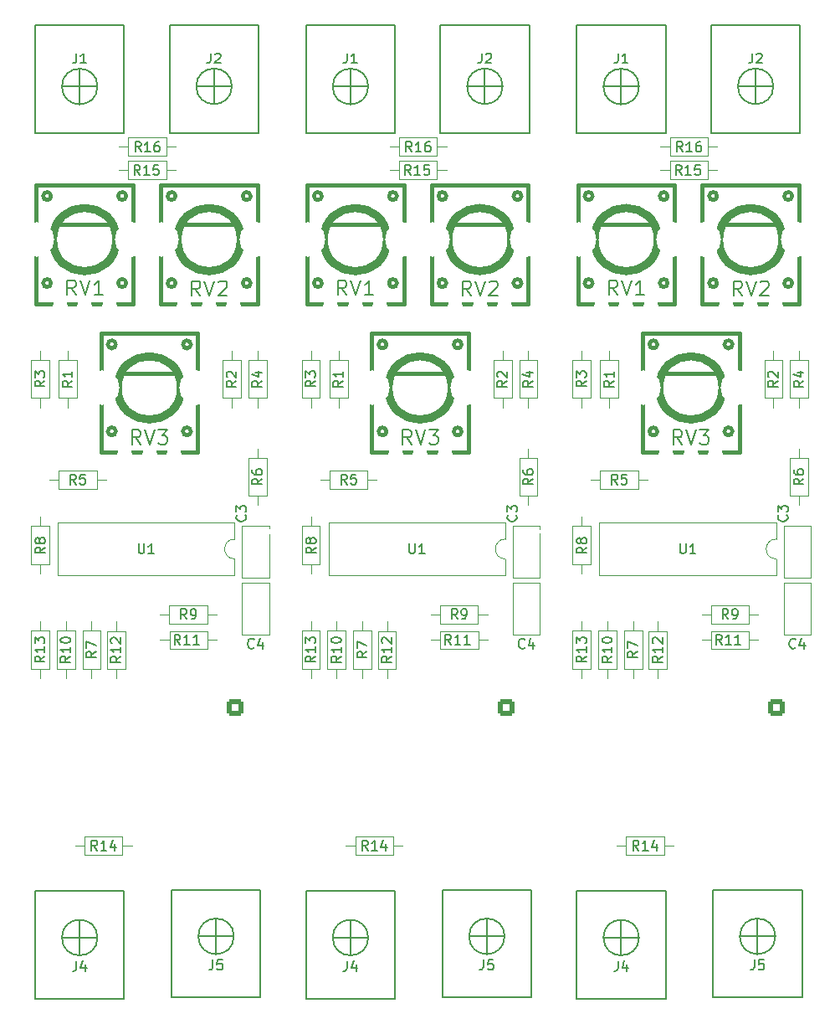
<source format=gto>
G04 #@! TF.GenerationSoftware,KiCad,Pcbnew,8.0.4-8.0.4-0~ubuntu22.04.1*
G04 #@! TF.CreationDate,2024-10-09T19:38:23+02:00*
G04 #@! TF.ProjectId,VoltageProcessor_panel,566f6c74-6167-4655-9072-6f636573736f,0.2*
G04 #@! TF.SameCoordinates,Original*
G04 #@! TF.FileFunction,Legend,Top*
G04 #@! TF.FilePolarity,Positive*
%FSLAX46Y46*%
G04 Gerber Fmt 4.6, Leading zero omitted, Abs format (unit mm)*
G04 Created by KiCad (PCBNEW 8.0.4-8.0.4-0~ubuntu22.04.1) date 2024-10-09 19:38:23*
%MOMM*%
%LPD*%
G01*
G04 APERTURE LIST*
G04 Aperture macros list*
%AMRoundRect*
0 Rectangle with rounded corners*
0 $1 Rounding radius*
0 $2 $3 $4 $5 $6 $7 $8 $9 X,Y pos of 4 corners*
0 Add a 4 corners polygon primitive as box body*
4,1,4,$2,$3,$4,$5,$6,$7,$8,$9,$2,$3,0*
0 Add four circle primitives for the rounded corners*
1,1,$1+$1,$2,$3*
1,1,$1+$1,$4,$5*
1,1,$1+$1,$6,$7*
1,1,$1+$1,$8,$9*
0 Add four rect primitives between the rounded corners*
20,1,$1+$1,$2,$3,$4,$5,0*
20,1,$1+$1,$4,$5,$6,$7,0*
20,1,$1+$1,$6,$7,$8,$9,0*
20,1,$1+$1,$8,$9,$2,$3,0*%
G04 Aperture macros list end*
%ADD10C,0.150000*%
%ADD11C,0.200660*%
%ADD12C,0.120000*%
%ADD13C,0.381000*%
%ADD14C,2.000000*%
%ADD15C,3.500000*%
%ADD16O,1.500000X2.000000*%
%ADD17C,1.400000*%
%ADD18O,1.400000X1.400000*%
%ADD19C,0.500000*%
%ADD20C,1.600000*%
%ADD21R,1.600000X1.600000*%
%ADD22O,1.600000X1.600000*%
%ADD23RoundRect,0.250000X0.600000X0.600000X-0.600000X0.600000X-0.600000X-0.600000X0.600000X-0.600000X0*%
%ADD24C,1.700000*%
G04 APERTURE END LIST*
D10*
X143467142Y-104254819D02*
X143133809Y-103778628D01*
X142895714Y-104254819D02*
X142895714Y-103254819D01*
X142895714Y-103254819D02*
X143276666Y-103254819D01*
X143276666Y-103254819D02*
X143371904Y-103302438D01*
X143371904Y-103302438D02*
X143419523Y-103350057D01*
X143419523Y-103350057D02*
X143467142Y-103445295D01*
X143467142Y-103445295D02*
X143467142Y-103588152D01*
X143467142Y-103588152D02*
X143419523Y-103683390D01*
X143419523Y-103683390D02*
X143371904Y-103731009D01*
X143371904Y-103731009D02*
X143276666Y-103778628D01*
X143276666Y-103778628D02*
X142895714Y-103778628D01*
X144419523Y-104254819D02*
X143848095Y-104254819D01*
X144133809Y-104254819D02*
X144133809Y-103254819D01*
X144133809Y-103254819D02*
X144038571Y-103397676D01*
X144038571Y-103397676D02*
X143943333Y-103492914D01*
X143943333Y-103492914D02*
X143848095Y-103540533D01*
X145276666Y-103588152D02*
X145276666Y-104254819D01*
X145038571Y-103207200D02*
X144800476Y-103921485D01*
X144800476Y-103921485D02*
X145419523Y-103921485D01*
X184954819Y-56776666D02*
X184478628Y-57109999D01*
X184954819Y-57348094D02*
X183954819Y-57348094D01*
X183954819Y-57348094D02*
X183954819Y-56967142D01*
X183954819Y-56967142D02*
X184002438Y-56871904D01*
X184002438Y-56871904D02*
X184050057Y-56824285D01*
X184050057Y-56824285D02*
X184145295Y-56776666D01*
X184145295Y-56776666D02*
X184288152Y-56776666D01*
X184288152Y-56776666D02*
X184383390Y-56824285D01*
X184383390Y-56824285D02*
X184431009Y-56871904D01*
X184431009Y-56871904D02*
X184478628Y-56967142D01*
X184478628Y-56967142D02*
X184478628Y-57348094D01*
X184050057Y-56395713D02*
X184002438Y-56348094D01*
X184002438Y-56348094D02*
X183954819Y-56252856D01*
X183954819Y-56252856D02*
X183954819Y-56014761D01*
X183954819Y-56014761D02*
X184002438Y-55919523D01*
X184002438Y-55919523D02*
X184050057Y-55871904D01*
X184050057Y-55871904D02*
X184145295Y-55824285D01*
X184145295Y-55824285D02*
X184240533Y-55824285D01*
X184240533Y-55824285D02*
X184383390Y-55871904D01*
X184383390Y-55871904D02*
X184954819Y-56443332D01*
X184954819Y-56443332D02*
X184954819Y-55824285D01*
X127566666Y-23654819D02*
X127566666Y-24369104D01*
X127566666Y-24369104D02*
X127519047Y-24511961D01*
X127519047Y-24511961D02*
X127423809Y-24607200D01*
X127423809Y-24607200D02*
X127280952Y-24654819D01*
X127280952Y-24654819D02*
X127185714Y-24654819D01*
X127995238Y-23750057D02*
X128042857Y-23702438D01*
X128042857Y-23702438D02*
X128138095Y-23654819D01*
X128138095Y-23654819D02*
X128376190Y-23654819D01*
X128376190Y-23654819D02*
X128471428Y-23702438D01*
X128471428Y-23702438D02*
X128519047Y-23750057D01*
X128519047Y-23750057D02*
X128566666Y-23845295D01*
X128566666Y-23845295D02*
X128566666Y-23940533D01*
X128566666Y-23940533D02*
X128519047Y-24083390D01*
X128519047Y-24083390D02*
X127947619Y-24654819D01*
X127947619Y-24654819D02*
X128566666Y-24654819D01*
X175307142Y-33604819D02*
X174973809Y-33128628D01*
X174735714Y-33604819D02*
X174735714Y-32604819D01*
X174735714Y-32604819D02*
X175116666Y-32604819D01*
X175116666Y-32604819D02*
X175211904Y-32652438D01*
X175211904Y-32652438D02*
X175259523Y-32700057D01*
X175259523Y-32700057D02*
X175307142Y-32795295D01*
X175307142Y-32795295D02*
X175307142Y-32938152D01*
X175307142Y-32938152D02*
X175259523Y-33033390D01*
X175259523Y-33033390D02*
X175211904Y-33081009D01*
X175211904Y-33081009D02*
X175116666Y-33128628D01*
X175116666Y-33128628D02*
X174735714Y-33128628D01*
X176259523Y-33604819D02*
X175688095Y-33604819D01*
X175973809Y-33604819D02*
X175973809Y-32604819D01*
X175973809Y-32604819D02*
X175878571Y-32747676D01*
X175878571Y-32747676D02*
X175783333Y-32842914D01*
X175783333Y-32842914D02*
X175688095Y-32890533D01*
X177116666Y-32604819D02*
X176926190Y-32604819D01*
X176926190Y-32604819D02*
X176830952Y-32652438D01*
X176830952Y-32652438D02*
X176783333Y-32700057D01*
X176783333Y-32700057D02*
X176688095Y-32842914D01*
X176688095Y-32842914D02*
X176640476Y-33033390D01*
X176640476Y-33033390D02*
X176640476Y-33414342D01*
X176640476Y-33414342D02*
X176688095Y-33509580D01*
X176688095Y-33509580D02*
X176735714Y-33557200D01*
X176735714Y-33557200D02*
X176830952Y-33604819D01*
X176830952Y-33604819D02*
X177021428Y-33604819D01*
X177021428Y-33604819D02*
X177116666Y-33557200D01*
X177116666Y-33557200D02*
X177164285Y-33509580D01*
X177164285Y-33509580D02*
X177211904Y-33414342D01*
X177211904Y-33414342D02*
X177211904Y-33176247D01*
X177211904Y-33176247D02*
X177164285Y-33081009D01*
X177164285Y-33081009D02*
X177116666Y-33033390D01*
X177116666Y-33033390D02*
X177021428Y-32985771D01*
X177021428Y-32985771D02*
X176830952Y-32985771D01*
X176830952Y-32985771D02*
X176735714Y-33033390D01*
X176735714Y-33033390D02*
X176688095Y-33081009D01*
X176688095Y-33081009D02*
X176640476Y-33176247D01*
X182566666Y-115327319D02*
X182566666Y-116041604D01*
X182566666Y-116041604D02*
X182519047Y-116184461D01*
X182519047Y-116184461D02*
X182423809Y-116279700D01*
X182423809Y-116279700D02*
X182280952Y-116327319D01*
X182280952Y-116327319D02*
X182185714Y-116327319D01*
X183519047Y-115327319D02*
X183042857Y-115327319D01*
X183042857Y-115327319D02*
X182995238Y-115803509D01*
X182995238Y-115803509D02*
X183042857Y-115755890D01*
X183042857Y-115755890D02*
X183138095Y-115708271D01*
X183138095Y-115708271D02*
X183376190Y-115708271D01*
X183376190Y-115708271D02*
X183471428Y-115755890D01*
X183471428Y-115755890D02*
X183519047Y-115803509D01*
X183519047Y-115803509D02*
X183566666Y-115898747D01*
X183566666Y-115898747D02*
X183566666Y-116136842D01*
X183566666Y-116136842D02*
X183519047Y-116232080D01*
X183519047Y-116232080D02*
X183471428Y-116279700D01*
X183471428Y-116279700D02*
X183376190Y-116327319D01*
X183376190Y-116327319D02*
X183138095Y-116327319D01*
X183138095Y-116327319D02*
X183042857Y-116279700D01*
X183042857Y-116279700D02*
X182995238Y-116232080D01*
X127766666Y-115327319D02*
X127766666Y-116041604D01*
X127766666Y-116041604D02*
X127719047Y-116184461D01*
X127719047Y-116184461D02*
X127623809Y-116279700D01*
X127623809Y-116279700D02*
X127480952Y-116327319D01*
X127480952Y-116327319D02*
X127385714Y-116327319D01*
X128719047Y-115327319D02*
X128242857Y-115327319D01*
X128242857Y-115327319D02*
X128195238Y-115803509D01*
X128195238Y-115803509D02*
X128242857Y-115755890D01*
X128242857Y-115755890D02*
X128338095Y-115708271D01*
X128338095Y-115708271D02*
X128576190Y-115708271D01*
X128576190Y-115708271D02*
X128671428Y-115755890D01*
X128671428Y-115755890D02*
X128719047Y-115803509D01*
X128719047Y-115803509D02*
X128766666Y-115898747D01*
X128766666Y-115898747D02*
X128766666Y-116136842D01*
X128766666Y-116136842D02*
X128719047Y-116232080D01*
X128719047Y-116232080D02*
X128671428Y-116279700D01*
X128671428Y-116279700D02*
X128576190Y-116327319D01*
X128576190Y-116327319D02*
X128338095Y-116327319D01*
X128338095Y-116327319D02*
X128242857Y-116279700D01*
X128242857Y-116279700D02*
X128195238Y-116232080D01*
X130154819Y-56776666D02*
X129678628Y-57109999D01*
X130154819Y-57348094D02*
X129154819Y-57348094D01*
X129154819Y-57348094D02*
X129154819Y-56967142D01*
X129154819Y-56967142D02*
X129202438Y-56871904D01*
X129202438Y-56871904D02*
X129250057Y-56824285D01*
X129250057Y-56824285D02*
X129345295Y-56776666D01*
X129345295Y-56776666D02*
X129488152Y-56776666D01*
X129488152Y-56776666D02*
X129583390Y-56824285D01*
X129583390Y-56824285D02*
X129631009Y-56871904D01*
X129631009Y-56871904D02*
X129678628Y-56967142D01*
X129678628Y-56967142D02*
X129678628Y-57348094D01*
X129250057Y-56395713D02*
X129202438Y-56348094D01*
X129202438Y-56348094D02*
X129154819Y-56252856D01*
X129154819Y-56252856D02*
X129154819Y-56014761D01*
X129154819Y-56014761D02*
X129202438Y-55919523D01*
X129202438Y-55919523D02*
X129250057Y-55871904D01*
X129250057Y-55871904D02*
X129345295Y-55824285D01*
X129345295Y-55824285D02*
X129440533Y-55824285D01*
X129440533Y-55824285D02*
X129583390Y-55871904D01*
X129583390Y-55871904D02*
X130154819Y-56443332D01*
X130154819Y-56443332D02*
X130154819Y-55824285D01*
X159333333Y-83759580D02*
X159285714Y-83807200D01*
X159285714Y-83807200D02*
X159142857Y-83854819D01*
X159142857Y-83854819D02*
X159047619Y-83854819D01*
X159047619Y-83854819D02*
X158904762Y-83807200D01*
X158904762Y-83807200D02*
X158809524Y-83711961D01*
X158809524Y-83711961D02*
X158761905Y-83616723D01*
X158761905Y-83616723D02*
X158714286Y-83426247D01*
X158714286Y-83426247D02*
X158714286Y-83283390D01*
X158714286Y-83283390D02*
X158761905Y-83092914D01*
X158761905Y-83092914D02*
X158809524Y-82997676D01*
X158809524Y-82997676D02*
X158904762Y-82902438D01*
X158904762Y-82902438D02*
X159047619Y-82854819D01*
X159047619Y-82854819D02*
X159142857Y-82854819D01*
X159142857Y-82854819D02*
X159285714Y-82902438D01*
X159285714Y-82902438D02*
X159333333Y-82950057D01*
X160190476Y-83188152D02*
X160190476Y-83854819D01*
X159952381Y-82807200D02*
X159714286Y-83521485D01*
X159714286Y-83521485D02*
X160333333Y-83521485D01*
X165554819Y-84622857D02*
X165078628Y-84956190D01*
X165554819Y-85194285D02*
X164554819Y-85194285D01*
X164554819Y-85194285D02*
X164554819Y-84813333D01*
X164554819Y-84813333D02*
X164602438Y-84718095D01*
X164602438Y-84718095D02*
X164650057Y-84670476D01*
X164650057Y-84670476D02*
X164745295Y-84622857D01*
X164745295Y-84622857D02*
X164888152Y-84622857D01*
X164888152Y-84622857D02*
X164983390Y-84670476D01*
X164983390Y-84670476D02*
X165031009Y-84718095D01*
X165031009Y-84718095D02*
X165078628Y-84813333D01*
X165078628Y-84813333D02*
X165078628Y-85194285D01*
X165554819Y-83670476D02*
X165554819Y-84241904D01*
X165554819Y-83956190D02*
X164554819Y-83956190D01*
X164554819Y-83956190D02*
X164697676Y-84051428D01*
X164697676Y-84051428D02*
X164792914Y-84146666D01*
X164792914Y-84146666D02*
X164840533Y-84241904D01*
X164554819Y-83337142D02*
X164554819Y-82718095D01*
X164554819Y-82718095D02*
X164935771Y-83051428D01*
X164935771Y-83051428D02*
X164935771Y-82908571D01*
X164935771Y-82908571D02*
X164983390Y-82813333D01*
X164983390Y-82813333D02*
X165031009Y-82765714D01*
X165031009Y-82765714D02*
X165126247Y-82718095D01*
X165126247Y-82718095D02*
X165364342Y-82718095D01*
X165364342Y-82718095D02*
X165459580Y-82765714D01*
X165459580Y-82765714D02*
X165507200Y-82813333D01*
X165507200Y-82813333D02*
X165554819Y-82908571D01*
X165554819Y-82908571D02*
X165554819Y-83194285D01*
X165554819Y-83194285D02*
X165507200Y-83289523D01*
X165507200Y-83289523D02*
X165459580Y-83337142D01*
X168766666Y-23654819D02*
X168766666Y-24369104D01*
X168766666Y-24369104D02*
X168719047Y-24511961D01*
X168719047Y-24511961D02*
X168623809Y-24607200D01*
X168623809Y-24607200D02*
X168480952Y-24654819D01*
X168480952Y-24654819D02*
X168385714Y-24654819D01*
X169766666Y-24654819D02*
X169195238Y-24654819D01*
X169480952Y-24654819D02*
X169480952Y-23654819D01*
X169480952Y-23654819D02*
X169385714Y-23797676D01*
X169385714Y-23797676D02*
X169290476Y-23892914D01*
X169290476Y-23892914D02*
X169195238Y-23940533D01*
X151877142Y-83454819D02*
X151543809Y-82978628D01*
X151305714Y-83454819D02*
X151305714Y-82454819D01*
X151305714Y-82454819D02*
X151686666Y-82454819D01*
X151686666Y-82454819D02*
X151781904Y-82502438D01*
X151781904Y-82502438D02*
X151829523Y-82550057D01*
X151829523Y-82550057D02*
X151877142Y-82645295D01*
X151877142Y-82645295D02*
X151877142Y-82788152D01*
X151877142Y-82788152D02*
X151829523Y-82883390D01*
X151829523Y-82883390D02*
X151781904Y-82931009D01*
X151781904Y-82931009D02*
X151686666Y-82978628D01*
X151686666Y-82978628D02*
X151305714Y-82978628D01*
X152829523Y-83454819D02*
X152258095Y-83454819D01*
X152543809Y-83454819D02*
X152543809Y-82454819D01*
X152543809Y-82454819D02*
X152448571Y-82597676D01*
X152448571Y-82597676D02*
X152353333Y-82692914D01*
X152353333Y-82692914D02*
X152258095Y-82740533D01*
X153781904Y-83454819D02*
X153210476Y-83454819D01*
X153496190Y-83454819D02*
X153496190Y-82454819D01*
X153496190Y-82454819D02*
X153400952Y-82597676D01*
X153400952Y-82597676D02*
X153305714Y-82692914D01*
X153305714Y-82692914D02*
X153210476Y-82740533D01*
X141366666Y-115454819D02*
X141366666Y-116169104D01*
X141366666Y-116169104D02*
X141319047Y-116311961D01*
X141319047Y-116311961D02*
X141223809Y-116407200D01*
X141223809Y-116407200D02*
X141080952Y-116454819D01*
X141080952Y-116454819D02*
X140985714Y-116454819D01*
X142271428Y-115788152D02*
X142271428Y-116454819D01*
X142033333Y-115407200D02*
X141795238Y-116121485D01*
X141795238Y-116121485D02*
X142414285Y-116121485D01*
X187554819Y-66666666D02*
X187078628Y-66999999D01*
X187554819Y-67238094D02*
X186554819Y-67238094D01*
X186554819Y-67238094D02*
X186554819Y-66857142D01*
X186554819Y-66857142D02*
X186602438Y-66761904D01*
X186602438Y-66761904D02*
X186650057Y-66714285D01*
X186650057Y-66714285D02*
X186745295Y-66666666D01*
X186745295Y-66666666D02*
X186888152Y-66666666D01*
X186888152Y-66666666D02*
X186983390Y-66714285D01*
X186983390Y-66714285D02*
X187031009Y-66761904D01*
X187031009Y-66761904D02*
X187078628Y-66857142D01*
X187078628Y-66857142D02*
X187078628Y-67238094D01*
X186554819Y-65809523D02*
X186554819Y-65999999D01*
X186554819Y-65999999D02*
X186602438Y-66095237D01*
X186602438Y-66095237D02*
X186650057Y-66142856D01*
X186650057Y-66142856D02*
X186792914Y-66238094D01*
X186792914Y-66238094D02*
X186983390Y-66285713D01*
X186983390Y-66285713D02*
X187364342Y-66285713D01*
X187364342Y-66285713D02*
X187459580Y-66238094D01*
X187459580Y-66238094D02*
X187507200Y-66190475D01*
X187507200Y-66190475D02*
X187554819Y-66095237D01*
X187554819Y-66095237D02*
X187554819Y-65904761D01*
X187554819Y-65904761D02*
X187507200Y-65809523D01*
X187507200Y-65809523D02*
X187459580Y-65761904D01*
X187459580Y-65761904D02*
X187364342Y-65714285D01*
X187364342Y-65714285D02*
X187126247Y-65714285D01*
X187126247Y-65714285D02*
X187031009Y-65761904D01*
X187031009Y-65761904D02*
X186983390Y-65809523D01*
X186983390Y-65809523D02*
X186935771Y-65904761D01*
X186935771Y-65904761D02*
X186935771Y-66095237D01*
X186935771Y-66095237D02*
X186983390Y-66190475D01*
X186983390Y-66190475D02*
X187031009Y-66238094D01*
X187031009Y-66238094D02*
X187126247Y-66285713D01*
X118454819Y-84642857D02*
X117978628Y-84976190D01*
X118454819Y-85214285D02*
X117454819Y-85214285D01*
X117454819Y-85214285D02*
X117454819Y-84833333D01*
X117454819Y-84833333D02*
X117502438Y-84738095D01*
X117502438Y-84738095D02*
X117550057Y-84690476D01*
X117550057Y-84690476D02*
X117645295Y-84642857D01*
X117645295Y-84642857D02*
X117788152Y-84642857D01*
X117788152Y-84642857D02*
X117883390Y-84690476D01*
X117883390Y-84690476D02*
X117931009Y-84738095D01*
X117931009Y-84738095D02*
X117978628Y-84833333D01*
X117978628Y-84833333D02*
X117978628Y-85214285D01*
X118454819Y-83690476D02*
X118454819Y-84261904D01*
X118454819Y-83976190D02*
X117454819Y-83976190D01*
X117454819Y-83976190D02*
X117597676Y-84071428D01*
X117597676Y-84071428D02*
X117692914Y-84166666D01*
X117692914Y-84166666D02*
X117740533Y-84261904D01*
X117550057Y-83309523D02*
X117502438Y-83261904D01*
X117502438Y-83261904D02*
X117454819Y-83166666D01*
X117454819Y-83166666D02*
X117454819Y-82928571D01*
X117454819Y-82928571D02*
X117502438Y-82833333D01*
X117502438Y-82833333D02*
X117550057Y-82785714D01*
X117550057Y-82785714D02*
X117645295Y-82738095D01*
X117645295Y-82738095D02*
X117740533Y-82738095D01*
X117740533Y-82738095D02*
X117883390Y-82785714D01*
X117883390Y-82785714D02*
X118454819Y-83357142D01*
X118454819Y-83357142D02*
X118454819Y-82738095D01*
X140754819Y-84632857D02*
X140278628Y-84966190D01*
X140754819Y-85204285D02*
X139754819Y-85204285D01*
X139754819Y-85204285D02*
X139754819Y-84823333D01*
X139754819Y-84823333D02*
X139802438Y-84728095D01*
X139802438Y-84728095D02*
X139850057Y-84680476D01*
X139850057Y-84680476D02*
X139945295Y-84632857D01*
X139945295Y-84632857D02*
X140088152Y-84632857D01*
X140088152Y-84632857D02*
X140183390Y-84680476D01*
X140183390Y-84680476D02*
X140231009Y-84728095D01*
X140231009Y-84728095D02*
X140278628Y-84823333D01*
X140278628Y-84823333D02*
X140278628Y-85204285D01*
X140754819Y-83680476D02*
X140754819Y-84251904D01*
X140754819Y-83966190D02*
X139754819Y-83966190D01*
X139754819Y-83966190D02*
X139897676Y-84061428D01*
X139897676Y-84061428D02*
X139992914Y-84156666D01*
X139992914Y-84156666D02*
X140040533Y-84251904D01*
X139754819Y-83061428D02*
X139754819Y-82966190D01*
X139754819Y-82966190D02*
X139802438Y-82870952D01*
X139802438Y-82870952D02*
X139850057Y-82823333D01*
X139850057Y-82823333D02*
X139945295Y-82775714D01*
X139945295Y-82775714D02*
X140135771Y-82728095D01*
X140135771Y-82728095D02*
X140373866Y-82728095D01*
X140373866Y-82728095D02*
X140564342Y-82775714D01*
X140564342Y-82775714D02*
X140659580Y-82823333D01*
X140659580Y-82823333D02*
X140707200Y-82870952D01*
X140707200Y-82870952D02*
X140754819Y-82966190D01*
X140754819Y-82966190D02*
X140754819Y-83061428D01*
X140754819Y-83061428D02*
X140707200Y-83156666D01*
X140707200Y-83156666D02*
X140659580Y-83204285D01*
X140659580Y-83204285D02*
X140564342Y-83251904D01*
X140564342Y-83251904D02*
X140373866Y-83299523D01*
X140373866Y-83299523D02*
X140135771Y-83299523D01*
X140135771Y-83299523D02*
X139945295Y-83251904D01*
X139945295Y-83251904D02*
X139850057Y-83204285D01*
X139850057Y-83204285D02*
X139802438Y-83156666D01*
X139802438Y-83156666D02*
X139754819Y-83061428D01*
X170754819Y-84156666D02*
X170278628Y-84489999D01*
X170754819Y-84728094D02*
X169754819Y-84728094D01*
X169754819Y-84728094D02*
X169754819Y-84347142D01*
X169754819Y-84347142D02*
X169802438Y-84251904D01*
X169802438Y-84251904D02*
X169850057Y-84204285D01*
X169850057Y-84204285D02*
X169945295Y-84156666D01*
X169945295Y-84156666D02*
X170088152Y-84156666D01*
X170088152Y-84156666D02*
X170183390Y-84204285D01*
X170183390Y-84204285D02*
X170231009Y-84251904D01*
X170231009Y-84251904D02*
X170278628Y-84347142D01*
X170278628Y-84347142D02*
X170278628Y-84728094D01*
X169754819Y-83823332D02*
X169754819Y-83156666D01*
X169754819Y-83156666D02*
X170754819Y-83585237D01*
X113966666Y-23654819D02*
X113966666Y-24369104D01*
X113966666Y-24369104D02*
X113919047Y-24511961D01*
X113919047Y-24511961D02*
X113823809Y-24607200D01*
X113823809Y-24607200D02*
X113680952Y-24654819D01*
X113680952Y-24654819D02*
X113585714Y-24654819D01*
X114966666Y-24654819D02*
X114395238Y-24654819D01*
X114680952Y-24654819D02*
X114680952Y-23654819D01*
X114680952Y-23654819D02*
X114585714Y-23797676D01*
X114585714Y-23797676D02*
X114490476Y-23892914D01*
X114490476Y-23892914D02*
X114395238Y-23940533D01*
X125133333Y-80854819D02*
X124800000Y-80378628D01*
X124561905Y-80854819D02*
X124561905Y-79854819D01*
X124561905Y-79854819D02*
X124942857Y-79854819D01*
X124942857Y-79854819D02*
X125038095Y-79902438D01*
X125038095Y-79902438D02*
X125085714Y-79950057D01*
X125085714Y-79950057D02*
X125133333Y-80045295D01*
X125133333Y-80045295D02*
X125133333Y-80188152D01*
X125133333Y-80188152D02*
X125085714Y-80283390D01*
X125085714Y-80283390D02*
X125038095Y-80331009D01*
X125038095Y-80331009D02*
X124942857Y-80378628D01*
X124942857Y-80378628D02*
X124561905Y-80378628D01*
X125609524Y-80854819D02*
X125800000Y-80854819D01*
X125800000Y-80854819D02*
X125895238Y-80807200D01*
X125895238Y-80807200D02*
X125942857Y-80759580D01*
X125942857Y-80759580D02*
X126038095Y-80616723D01*
X126038095Y-80616723D02*
X126085714Y-80426247D01*
X126085714Y-80426247D02*
X126085714Y-80045295D01*
X126085714Y-80045295D02*
X126038095Y-79950057D01*
X126038095Y-79950057D02*
X125990476Y-79902438D01*
X125990476Y-79902438D02*
X125895238Y-79854819D01*
X125895238Y-79854819D02*
X125704762Y-79854819D01*
X125704762Y-79854819D02*
X125609524Y-79902438D01*
X125609524Y-79902438D02*
X125561905Y-79950057D01*
X125561905Y-79950057D02*
X125514286Y-80045295D01*
X125514286Y-80045295D02*
X125514286Y-80283390D01*
X125514286Y-80283390D02*
X125561905Y-80378628D01*
X125561905Y-80378628D02*
X125609524Y-80426247D01*
X125609524Y-80426247D02*
X125704762Y-80473866D01*
X125704762Y-80473866D02*
X125895238Y-80473866D01*
X125895238Y-80473866D02*
X125990476Y-80426247D01*
X125990476Y-80426247D02*
X126038095Y-80378628D01*
X126038095Y-80378628D02*
X126085714Y-80283390D01*
D11*
X120456464Y-63219021D02*
X119956084Y-62504193D01*
X119598670Y-63219021D02*
X119598670Y-61717881D01*
X119598670Y-61717881D02*
X120170533Y-61717881D01*
X120170533Y-61717881D02*
X120313498Y-61789364D01*
X120313498Y-61789364D02*
X120384981Y-61860847D01*
X120384981Y-61860847D02*
X120456464Y-62003813D01*
X120456464Y-62003813D02*
X120456464Y-62218261D01*
X120456464Y-62218261D02*
X120384981Y-62361227D01*
X120384981Y-62361227D02*
X120313498Y-62432710D01*
X120313498Y-62432710D02*
X120170533Y-62504193D01*
X120170533Y-62504193D02*
X119598670Y-62504193D01*
X120885361Y-61717881D02*
X121385741Y-63219021D01*
X121385741Y-63219021D02*
X121886121Y-61717881D01*
X122243535Y-61717881D02*
X123172812Y-61717881D01*
X123172812Y-61717881D02*
X122672432Y-62289744D01*
X122672432Y-62289744D02*
X122886881Y-62289744D01*
X122886881Y-62289744D02*
X123029847Y-62361227D01*
X123029847Y-62361227D02*
X123101329Y-62432710D01*
X123101329Y-62432710D02*
X123172812Y-62575676D01*
X123172812Y-62575676D02*
X123172812Y-62933090D01*
X123172812Y-62933090D02*
X123101329Y-63076056D01*
X123101329Y-63076056D02*
X123029847Y-63147539D01*
X123029847Y-63147539D02*
X122886881Y-63219021D01*
X122886881Y-63219021D02*
X122457984Y-63219021D01*
X122457984Y-63219021D02*
X122315018Y-63147539D01*
X122315018Y-63147539D02*
X122243535Y-63076056D01*
D10*
X143354819Y-84156666D02*
X142878628Y-84489999D01*
X143354819Y-84728094D02*
X142354819Y-84728094D01*
X142354819Y-84728094D02*
X142354819Y-84347142D01*
X142354819Y-84347142D02*
X142402438Y-84251904D01*
X142402438Y-84251904D02*
X142450057Y-84204285D01*
X142450057Y-84204285D02*
X142545295Y-84156666D01*
X142545295Y-84156666D02*
X142688152Y-84156666D01*
X142688152Y-84156666D02*
X142783390Y-84204285D01*
X142783390Y-84204285D02*
X142831009Y-84251904D01*
X142831009Y-84251904D02*
X142878628Y-84347142D01*
X142878628Y-84347142D02*
X142878628Y-84728094D01*
X142354819Y-83823332D02*
X142354819Y-83156666D01*
X142354819Y-83156666D02*
X143354819Y-83585237D01*
X168154819Y-84632857D02*
X167678628Y-84966190D01*
X168154819Y-85204285D02*
X167154819Y-85204285D01*
X167154819Y-85204285D02*
X167154819Y-84823333D01*
X167154819Y-84823333D02*
X167202438Y-84728095D01*
X167202438Y-84728095D02*
X167250057Y-84680476D01*
X167250057Y-84680476D02*
X167345295Y-84632857D01*
X167345295Y-84632857D02*
X167488152Y-84632857D01*
X167488152Y-84632857D02*
X167583390Y-84680476D01*
X167583390Y-84680476D02*
X167631009Y-84728095D01*
X167631009Y-84728095D02*
X167678628Y-84823333D01*
X167678628Y-84823333D02*
X167678628Y-85204285D01*
X168154819Y-83680476D02*
X168154819Y-84251904D01*
X168154819Y-83966190D02*
X167154819Y-83966190D01*
X167154819Y-83966190D02*
X167297676Y-84061428D01*
X167297676Y-84061428D02*
X167392914Y-84156666D01*
X167392914Y-84156666D02*
X167440533Y-84251904D01*
X167154819Y-83061428D02*
X167154819Y-82966190D01*
X167154819Y-82966190D02*
X167202438Y-82870952D01*
X167202438Y-82870952D02*
X167250057Y-82823333D01*
X167250057Y-82823333D02*
X167345295Y-82775714D01*
X167345295Y-82775714D02*
X167535771Y-82728095D01*
X167535771Y-82728095D02*
X167773866Y-82728095D01*
X167773866Y-82728095D02*
X167964342Y-82775714D01*
X167964342Y-82775714D02*
X168059580Y-82823333D01*
X168059580Y-82823333D02*
X168107200Y-82870952D01*
X168107200Y-82870952D02*
X168154819Y-82966190D01*
X168154819Y-82966190D02*
X168154819Y-83061428D01*
X168154819Y-83061428D02*
X168107200Y-83156666D01*
X168107200Y-83156666D02*
X168059580Y-83204285D01*
X168059580Y-83204285D02*
X167964342Y-83251904D01*
X167964342Y-83251904D02*
X167773866Y-83299523D01*
X167773866Y-83299523D02*
X167535771Y-83299523D01*
X167535771Y-83299523D02*
X167345295Y-83251904D01*
X167345295Y-83251904D02*
X167250057Y-83204285D01*
X167250057Y-83204285D02*
X167202438Y-83156666D01*
X167202438Y-83156666D02*
X167154819Y-83061428D01*
X138204819Y-73616666D02*
X137728628Y-73949999D01*
X138204819Y-74188094D02*
X137204819Y-74188094D01*
X137204819Y-74188094D02*
X137204819Y-73807142D01*
X137204819Y-73807142D02*
X137252438Y-73711904D01*
X137252438Y-73711904D02*
X137300057Y-73664285D01*
X137300057Y-73664285D02*
X137395295Y-73616666D01*
X137395295Y-73616666D02*
X137538152Y-73616666D01*
X137538152Y-73616666D02*
X137633390Y-73664285D01*
X137633390Y-73664285D02*
X137681009Y-73711904D01*
X137681009Y-73711904D02*
X137728628Y-73807142D01*
X137728628Y-73807142D02*
X137728628Y-74188094D01*
X137633390Y-73045237D02*
X137585771Y-73140475D01*
X137585771Y-73140475D02*
X137538152Y-73188094D01*
X137538152Y-73188094D02*
X137442914Y-73235713D01*
X137442914Y-73235713D02*
X137395295Y-73235713D01*
X137395295Y-73235713D02*
X137300057Y-73188094D01*
X137300057Y-73188094D02*
X137252438Y-73140475D01*
X137252438Y-73140475D02*
X137204819Y-73045237D01*
X137204819Y-73045237D02*
X137204819Y-72854761D01*
X137204819Y-72854761D02*
X137252438Y-72759523D01*
X137252438Y-72759523D02*
X137300057Y-72711904D01*
X137300057Y-72711904D02*
X137395295Y-72664285D01*
X137395295Y-72664285D02*
X137442914Y-72664285D01*
X137442914Y-72664285D02*
X137538152Y-72711904D01*
X137538152Y-72711904D02*
X137585771Y-72759523D01*
X137585771Y-72759523D02*
X137633390Y-72854761D01*
X137633390Y-72854761D02*
X137633390Y-73045237D01*
X137633390Y-73045237D02*
X137681009Y-73140475D01*
X137681009Y-73140475D02*
X137728628Y-73188094D01*
X137728628Y-73188094D02*
X137823866Y-73235713D01*
X137823866Y-73235713D02*
X138014342Y-73235713D01*
X138014342Y-73235713D02*
X138109580Y-73188094D01*
X138109580Y-73188094D02*
X138157200Y-73140475D01*
X138157200Y-73140475D02*
X138204819Y-73045237D01*
X138204819Y-73045237D02*
X138204819Y-72854761D01*
X138204819Y-72854761D02*
X138157200Y-72759523D01*
X138157200Y-72759523D02*
X138109580Y-72711904D01*
X138109580Y-72711904D02*
X138014342Y-72664285D01*
X138014342Y-72664285D02*
X137823866Y-72664285D01*
X137823866Y-72664285D02*
X137728628Y-72711904D01*
X137728628Y-72711904D02*
X137681009Y-72759523D01*
X137681009Y-72759523D02*
X137633390Y-72854761D01*
X160154819Y-66666666D02*
X159678628Y-66999999D01*
X160154819Y-67238094D02*
X159154819Y-67238094D01*
X159154819Y-67238094D02*
X159154819Y-66857142D01*
X159154819Y-66857142D02*
X159202438Y-66761904D01*
X159202438Y-66761904D02*
X159250057Y-66714285D01*
X159250057Y-66714285D02*
X159345295Y-66666666D01*
X159345295Y-66666666D02*
X159488152Y-66666666D01*
X159488152Y-66666666D02*
X159583390Y-66714285D01*
X159583390Y-66714285D02*
X159631009Y-66761904D01*
X159631009Y-66761904D02*
X159678628Y-66857142D01*
X159678628Y-66857142D02*
X159678628Y-67238094D01*
X159154819Y-65809523D02*
X159154819Y-65999999D01*
X159154819Y-65999999D02*
X159202438Y-66095237D01*
X159202438Y-66095237D02*
X159250057Y-66142856D01*
X159250057Y-66142856D02*
X159392914Y-66238094D01*
X159392914Y-66238094D02*
X159583390Y-66285713D01*
X159583390Y-66285713D02*
X159964342Y-66285713D01*
X159964342Y-66285713D02*
X160059580Y-66238094D01*
X160059580Y-66238094D02*
X160107200Y-66190475D01*
X160107200Y-66190475D02*
X160154819Y-66095237D01*
X160154819Y-66095237D02*
X160154819Y-65904761D01*
X160154819Y-65904761D02*
X160107200Y-65809523D01*
X160107200Y-65809523D02*
X160059580Y-65761904D01*
X160059580Y-65761904D02*
X159964342Y-65714285D01*
X159964342Y-65714285D02*
X159726247Y-65714285D01*
X159726247Y-65714285D02*
X159631009Y-65761904D01*
X159631009Y-65761904D02*
X159583390Y-65809523D01*
X159583390Y-65809523D02*
X159535771Y-65904761D01*
X159535771Y-65904761D02*
X159535771Y-66095237D01*
X159535771Y-66095237D02*
X159583390Y-66190475D01*
X159583390Y-66190475D02*
X159631009Y-66238094D01*
X159631009Y-66238094D02*
X159726247Y-66285713D01*
X147807142Y-35954819D02*
X147473809Y-35478628D01*
X147235714Y-35954819D02*
X147235714Y-34954819D01*
X147235714Y-34954819D02*
X147616666Y-34954819D01*
X147616666Y-34954819D02*
X147711904Y-35002438D01*
X147711904Y-35002438D02*
X147759523Y-35050057D01*
X147759523Y-35050057D02*
X147807142Y-35145295D01*
X147807142Y-35145295D02*
X147807142Y-35288152D01*
X147807142Y-35288152D02*
X147759523Y-35383390D01*
X147759523Y-35383390D02*
X147711904Y-35431009D01*
X147711904Y-35431009D02*
X147616666Y-35478628D01*
X147616666Y-35478628D02*
X147235714Y-35478628D01*
X148759523Y-35954819D02*
X148188095Y-35954819D01*
X148473809Y-35954819D02*
X148473809Y-34954819D01*
X148473809Y-34954819D02*
X148378571Y-35097676D01*
X148378571Y-35097676D02*
X148283333Y-35192914D01*
X148283333Y-35192914D02*
X148188095Y-35240533D01*
X149664285Y-34954819D02*
X149188095Y-34954819D01*
X149188095Y-34954819D02*
X149140476Y-35431009D01*
X149140476Y-35431009D02*
X149188095Y-35383390D01*
X149188095Y-35383390D02*
X149283333Y-35335771D01*
X149283333Y-35335771D02*
X149521428Y-35335771D01*
X149521428Y-35335771D02*
X149616666Y-35383390D01*
X149616666Y-35383390D02*
X149664285Y-35431009D01*
X149664285Y-35431009D02*
X149711904Y-35526247D01*
X149711904Y-35526247D02*
X149711904Y-35764342D01*
X149711904Y-35764342D02*
X149664285Y-35859580D01*
X149664285Y-35859580D02*
X149616666Y-35907200D01*
X149616666Y-35907200D02*
X149521428Y-35954819D01*
X149521428Y-35954819D02*
X149283333Y-35954819D01*
X149283333Y-35954819D02*
X149188095Y-35907200D01*
X149188095Y-35907200D02*
X149140476Y-35859580D01*
X147653095Y-73234819D02*
X147653095Y-74044342D01*
X147653095Y-74044342D02*
X147700714Y-74139580D01*
X147700714Y-74139580D02*
X147748333Y-74187200D01*
X147748333Y-74187200D02*
X147843571Y-74234819D01*
X147843571Y-74234819D02*
X148034047Y-74234819D01*
X148034047Y-74234819D02*
X148129285Y-74187200D01*
X148129285Y-74187200D02*
X148176904Y-74139580D01*
X148176904Y-74139580D02*
X148224523Y-74044342D01*
X148224523Y-74044342D02*
X148224523Y-73234819D01*
X149224523Y-74234819D02*
X148653095Y-74234819D01*
X148938809Y-74234819D02*
X148938809Y-73234819D01*
X148938809Y-73234819D02*
X148843571Y-73377676D01*
X148843571Y-73377676D02*
X148748333Y-73472914D01*
X148748333Y-73472914D02*
X148653095Y-73520533D01*
D11*
X181306464Y-48184021D02*
X180806084Y-47469193D01*
X180448670Y-48184021D02*
X180448670Y-46682881D01*
X180448670Y-46682881D02*
X181020533Y-46682881D01*
X181020533Y-46682881D02*
X181163498Y-46754364D01*
X181163498Y-46754364D02*
X181234981Y-46825847D01*
X181234981Y-46825847D02*
X181306464Y-46968813D01*
X181306464Y-46968813D02*
X181306464Y-47183261D01*
X181306464Y-47183261D02*
X181234981Y-47326227D01*
X181234981Y-47326227D02*
X181163498Y-47397710D01*
X181163498Y-47397710D02*
X181020533Y-47469193D01*
X181020533Y-47469193D02*
X180448670Y-47469193D01*
X181735361Y-46682881D02*
X182235741Y-48184021D01*
X182235741Y-48184021D02*
X182736121Y-46682881D01*
X183165018Y-46825847D02*
X183236501Y-46754364D01*
X183236501Y-46754364D02*
X183379467Y-46682881D01*
X183379467Y-46682881D02*
X183736881Y-46682881D01*
X183736881Y-46682881D02*
X183879847Y-46754364D01*
X183879847Y-46754364D02*
X183951329Y-46825847D01*
X183951329Y-46825847D02*
X184022812Y-46968813D01*
X184022812Y-46968813D02*
X184022812Y-47111779D01*
X184022812Y-47111779D02*
X183951329Y-47326227D01*
X183951329Y-47326227D02*
X183093535Y-48184021D01*
X183093535Y-48184021D02*
X184022812Y-48184021D01*
D10*
X182366666Y-23654819D02*
X182366666Y-24369104D01*
X182366666Y-24369104D02*
X182319047Y-24511961D01*
X182319047Y-24511961D02*
X182223809Y-24607200D01*
X182223809Y-24607200D02*
X182080952Y-24654819D01*
X182080952Y-24654819D02*
X181985714Y-24654819D01*
X182795238Y-23750057D02*
X182842857Y-23702438D01*
X182842857Y-23702438D02*
X182938095Y-23654819D01*
X182938095Y-23654819D02*
X183176190Y-23654819D01*
X183176190Y-23654819D02*
X183271428Y-23702438D01*
X183271428Y-23702438D02*
X183319047Y-23750057D01*
X183319047Y-23750057D02*
X183366666Y-23845295D01*
X183366666Y-23845295D02*
X183366666Y-23940533D01*
X183366666Y-23940533D02*
X183319047Y-24083390D01*
X183319047Y-24083390D02*
X182747619Y-24654819D01*
X182747619Y-24654819D02*
X183366666Y-24654819D01*
X120507142Y-33604819D02*
X120173809Y-33128628D01*
X119935714Y-33604819D02*
X119935714Y-32604819D01*
X119935714Y-32604819D02*
X120316666Y-32604819D01*
X120316666Y-32604819D02*
X120411904Y-32652438D01*
X120411904Y-32652438D02*
X120459523Y-32700057D01*
X120459523Y-32700057D02*
X120507142Y-32795295D01*
X120507142Y-32795295D02*
X120507142Y-32938152D01*
X120507142Y-32938152D02*
X120459523Y-33033390D01*
X120459523Y-33033390D02*
X120411904Y-33081009D01*
X120411904Y-33081009D02*
X120316666Y-33128628D01*
X120316666Y-33128628D02*
X119935714Y-33128628D01*
X121459523Y-33604819D02*
X120888095Y-33604819D01*
X121173809Y-33604819D02*
X121173809Y-32604819D01*
X121173809Y-32604819D02*
X121078571Y-32747676D01*
X121078571Y-32747676D02*
X120983333Y-32842914D01*
X120983333Y-32842914D02*
X120888095Y-32890533D01*
X122316666Y-32604819D02*
X122126190Y-32604819D01*
X122126190Y-32604819D02*
X122030952Y-32652438D01*
X122030952Y-32652438D02*
X121983333Y-32700057D01*
X121983333Y-32700057D02*
X121888095Y-32842914D01*
X121888095Y-32842914D02*
X121840476Y-33033390D01*
X121840476Y-33033390D02*
X121840476Y-33414342D01*
X121840476Y-33414342D02*
X121888095Y-33509580D01*
X121888095Y-33509580D02*
X121935714Y-33557200D01*
X121935714Y-33557200D02*
X122030952Y-33604819D01*
X122030952Y-33604819D02*
X122221428Y-33604819D01*
X122221428Y-33604819D02*
X122316666Y-33557200D01*
X122316666Y-33557200D02*
X122364285Y-33509580D01*
X122364285Y-33509580D02*
X122411904Y-33414342D01*
X122411904Y-33414342D02*
X122411904Y-33176247D01*
X122411904Y-33176247D02*
X122364285Y-33081009D01*
X122364285Y-33081009D02*
X122316666Y-33033390D01*
X122316666Y-33033390D02*
X122221428Y-32985771D01*
X122221428Y-32985771D02*
X122030952Y-32985771D01*
X122030952Y-32985771D02*
X121935714Y-33033390D01*
X121935714Y-33033390D02*
X121888095Y-33081009D01*
X121888095Y-33081009D02*
X121840476Y-33176247D01*
X115954819Y-84156666D02*
X115478628Y-84489999D01*
X115954819Y-84728094D02*
X114954819Y-84728094D01*
X114954819Y-84728094D02*
X114954819Y-84347142D01*
X114954819Y-84347142D02*
X115002438Y-84251904D01*
X115002438Y-84251904D02*
X115050057Y-84204285D01*
X115050057Y-84204285D02*
X115145295Y-84156666D01*
X115145295Y-84156666D02*
X115288152Y-84156666D01*
X115288152Y-84156666D02*
X115383390Y-84204285D01*
X115383390Y-84204285D02*
X115431009Y-84251904D01*
X115431009Y-84251904D02*
X115478628Y-84347142D01*
X115478628Y-84347142D02*
X115478628Y-84728094D01*
X114954819Y-83823332D02*
X114954819Y-83156666D01*
X114954819Y-83156666D02*
X115954819Y-83585237D01*
X147907142Y-33604819D02*
X147573809Y-33128628D01*
X147335714Y-33604819D02*
X147335714Y-32604819D01*
X147335714Y-32604819D02*
X147716666Y-32604819D01*
X147716666Y-32604819D02*
X147811904Y-32652438D01*
X147811904Y-32652438D02*
X147859523Y-32700057D01*
X147859523Y-32700057D02*
X147907142Y-32795295D01*
X147907142Y-32795295D02*
X147907142Y-32938152D01*
X147907142Y-32938152D02*
X147859523Y-33033390D01*
X147859523Y-33033390D02*
X147811904Y-33081009D01*
X147811904Y-33081009D02*
X147716666Y-33128628D01*
X147716666Y-33128628D02*
X147335714Y-33128628D01*
X148859523Y-33604819D02*
X148288095Y-33604819D01*
X148573809Y-33604819D02*
X148573809Y-32604819D01*
X148573809Y-32604819D02*
X148478571Y-32747676D01*
X148478571Y-32747676D02*
X148383333Y-32842914D01*
X148383333Y-32842914D02*
X148288095Y-32890533D01*
X149716666Y-32604819D02*
X149526190Y-32604819D01*
X149526190Y-32604819D02*
X149430952Y-32652438D01*
X149430952Y-32652438D02*
X149383333Y-32700057D01*
X149383333Y-32700057D02*
X149288095Y-32842914D01*
X149288095Y-32842914D02*
X149240476Y-33033390D01*
X149240476Y-33033390D02*
X149240476Y-33414342D01*
X149240476Y-33414342D02*
X149288095Y-33509580D01*
X149288095Y-33509580D02*
X149335714Y-33557200D01*
X149335714Y-33557200D02*
X149430952Y-33604819D01*
X149430952Y-33604819D02*
X149621428Y-33604819D01*
X149621428Y-33604819D02*
X149716666Y-33557200D01*
X149716666Y-33557200D02*
X149764285Y-33509580D01*
X149764285Y-33509580D02*
X149811904Y-33414342D01*
X149811904Y-33414342D02*
X149811904Y-33176247D01*
X149811904Y-33176247D02*
X149764285Y-33081009D01*
X149764285Y-33081009D02*
X149716666Y-33033390D01*
X149716666Y-33033390D02*
X149621428Y-32985771D01*
X149621428Y-32985771D02*
X149430952Y-32985771D01*
X149430952Y-32985771D02*
X149335714Y-33033390D01*
X149335714Y-33033390D02*
X149288095Y-33081009D01*
X149288095Y-33081009D02*
X149240476Y-33176247D01*
X187554819Y-56776666D02*
X187078628Y-57109999D01*
X187554819Y-57348094D02*
X186554819Y-57348094D01*
X186554819Y-57348094D02*
X186554819Y-56967142D01*
X186554819Y-56967142D02*
X186602438Y-56871904D01*
X186602438Y-56871904D02*
X186650057Y-56824285D01*
X186650057Y-56824285D02*
X186745295Y-56776666D01*
X186745295Y-56776666D02*
X186888152Y-56776666D01*
X186888152Y-56776666D02*
X186983390Y-56824285D01*
X186983390Y-56824285D02*
X187031009Y-56871904D01*
X187031009Y-56871904D02*
X187078628Y-56967142D01*
X187078628Y-56967142D02*
X187078628Y-57348094D01*
X186888152Y-55919523D02*
X187554819Y-55919523D01*
X186507200Y-56157618D02*
X187221485Y-56395713D01*
X187221485Y-56395713D02*
X187221485Y-55776666D01*
X157554819Y-56776666D02*
X157078628Y-57109999D01*
X157554819Y-57348094D02*
X156554819Y-57348094D01*
X156554819Y-57348094D02*
X156554819Y-56967142D01*
X156554819Y-56967142D02*
X156602438Y-56871904D01*
X156602438Y-56871904D02*
X156650057Y-56824285D01*
X156650057Y-56824285D02*
X156745295Y-56776666D01*
X156745295Y-56776666D02*
X156888152Y-56776666D01*
X156888152Y-56776666D02*
X156983390Y-56824285D01*
X156983390Y-56824285D02*
X157031009Y-56871904D01*
X157031009Y-56871904D02*
X157078628Y-56967142D01*
X157078628Y-56967142D02*
X157078628Y-57348094D01*
X156650057Y-56395713D02*
X156602438Y-56348094D01*
X156602438Y-56348094D02*
X156554819Y-56252856D01*
X156554819Y-56252856D02*
X156554819Y-56014761D01*
X156554819Y-56014761D02*
X156602438Y-55919523D01*
X156602438Y-55919523D02*
X156650057Y-55871904D01*
X156650057Y-55871904D02*
X156745295Y-55824285D01*
X156745295Y-55824285D02*
X156840533Y-55824285D01*
X156840533Y-55824285D02*
X156983390Y-55871904D01*
X156983390Y-55871904D02*
X157554819Y-56443332D01*
X157554819Y-56443332D02*
X157554819Y-55824285D01*
X132754819Y-66666666D02*
X132278628Y-66999999D01*
X132754819Y-67238094D02*
X131754819Y-67238094D01*
X131754819Y-67238094D02*
X131754819Y-66857142D01*
X131754819Y-66857142D02*
X131802438Y-66761904D01*
X131802438Y-66761904D02*
X131850057Y-66714285D01*
X131850057Y-66714285D02*
X131945295Y-66666666D01*
X131945295Y-66666666D02*
X132088152Y-66666666D01*
X132088152Y-66666666D02*
X132183390Y-66714285D01*
X132183390Y-66714285D02*
X132231009Y-66761904D01*
X132231009Y-66761904D02*
X132278628Y-66857142D01*
X132278628Y-66857142D02*
X132278628Y-67238094D01*
X131754819Y-65809523D02*
X131754819Y-65999999D01*
X131754819Y-65999999D02*
X131802438Y-66095237D01*
X131802438Y-66095237D02*
X131850057Y-66142856D01*
X131850057Y-66142856D02*
X131992914Y-66238094D01*
X131992914Y-66238094D02*
X132183390Y-66285713D01*
X132183390Y-66285713D02*
X132564342Y-66285713D01*
X132564342Y-66285713D02*
X132659580Y-66238094D01*
X132659580Y-66238094D02*
X132707200Y-66190475D01*
X132707200Y-66190475D02*
X132754819Y-66095237D01*
X132754819Y-66095237D02*
X132754819Y-65904761D01*
X132754819Y-65904761D02*
X132707200Y-65809523D01*
X132707200Y-65809523D02*
X132659580Y-65761904D01*
X132659580Y-65761904D02*
X132564342Y-65714285D01*
X132564342Y-65714285D02*
X132326247Y-65714285D01*
X132326247Y-65714285D02*
X132231009Y-65761904D01*
X132231009Y-65761904D02*
X132183390Y-65809523D01*
X132183390Y-65809523D02*
X132135771Y-65904761D01*
X132135771Y-65904761D02*
X132135771Y-66095237D01*
X132135771Y-66095237D02*
X132183390Y-66190475D01*
X132183390Y-66190475D02*
X132231009Y-66238094D01*
X132231009Y-66238094D02*
X132326247Y-66285713D01*
X152533333Y-80854819D02*
X152200000Y-80378628D01*
X151961905Y-80854819D02*
X151961905Y-79854819D01*
X151961905Y-79854819D02*
X152342857Y-79854819D01*
X152342857Y-79854819D02*
X152438095Y-79902438D01*
X152438095Y-79902438D02*
X152485714Y-79950057D01*
X152485714Y-79950057D02*
X152533333Y-80045295D01*
X152533333Y-80045295D02*
X152533333Y-80188152D01*
X152533333Y-80188152D02*
X152485714Y-80283390D01*
X152485714Y-80283390D02*
X152438095Y-80331009D01*
X152438095Y-80331009D02*
X152342857Y-80378628D01*
X152342857Y-80378628D02*
X151961905Y-80378628D01*
X153009524Y-80854819D02*
X153200000Y-80854819D01*
X153200000Y-80854819D02*
X153295238Y-80807200D01*
X153295238Y-80807200D02*
X153342857Y-80759580D01*
X153342857Y-80759580D02*
X153438095Y-80616723D01*
X153438095Y-80616723D02*
X153485714Y-80426247D01*
X153485714Y-80426247D02*
X153485714Y-80045295D01*
X153485714Y-80045295D02*
X153438095Y-79950057D01*
X153438095Y-79950057D02*
X153390476Y-79902438D01*
X153390476Y-79902438D02*
X153295238Y-79854819D01*
X153295238Y-79854819D02*
X153104762Y-79854819D01*
X153104762Y-79854819D02*
X153009524Y-79902438D01*
X153009524Y-79902438D02*
X152961905Y-79950057D01*
X152961905Y-79950057D02*
X152914286Y-80045295D01*
X152914286Y-80045295D02*
X152914286Y-80283390D01*
X152914286Y-80283390D02*
X152961905Y-80378628D01*
X152961905Y-80378628D02*
X153009524Y-80426247D01*
X153009524Y-80426247D02*
X153104762Y-80473866D01*
X153104762Y-80473866D02*
X153295238Y-80473866D01*
X153295238Y-80473866D02*
X153390476Y-80426247D01*
X153390476Y-80426247D02*
X153438095Y-80378628D01*
X153438095Y-80378628D02*
X153485714Y-80283390D01*
X120407142Y-35954819D02*
X120073809Y-35478628D01*
X119835714Y-35954819D02*
X119835714Y-34954819D01*
X119835714Y-34954819D02*
X120216666Y-34954819D01*
X120216666Y-34954819D02*
X120311904Y-35002438D01*
X120311904Y-35002438D02*
X120359523Y-35050057D01*
X120359523Y-35050057D02*
X120407142Y-35145295D01*
X120407142Y-35145295D02*
X120407142Y-35288152D01*
X120407142Y-35288152D02*
X120359523Y-35383390D01*
X120359523Y-35383390D02*
X120311904Y-35431009D01*
X120311904Y-35431009D02*
X120216666Y-35478628D01*
X120216666Y-35478628D02*
X119835714Y-35478628D01*
X121359523Y-35954819D02*
X120788095Y-35954819D01*
X121073809Y-35954819D02*
X121073809Y-34954819D01*
X121073809Y-34954819D02*
X120978571Y-35097676D01*
X120978571Y-35097676D02*
X120883333Y-35192914D01*
X120883333Y-35192914D02*
X120788095Y-35240533D01*
X122264285Y-34954819D02*
X121788095Y-34954819D01*
X121788095Y-34954819D02*
X121740476Y-35431009D01*
X121740476Y-35431009D02*
X121788095Y-35383390D01*
X121788095Y-35383390D02*
X121883333Y-35335771D01*
X121883333Y-35335771D02*
X122121428Y-35335771D01*
X122121428Y-35335771D02*
X122216666Y-35383390D01*
X122216666Y-35383390D02*
X122264285Y-35431009D01*
X122264285Y-35431009D02*
X122311904Y-35526247D01*
X122311904Y-35526247D02*
X122311904Y-35764342D01*
X122311904Y-35764342D02*
X122264285Y-35859580D01*
X122264285Y-35859580D02*
X122216666Y-35907200D01*
X122216666Y-35907200D02*
X122121428Y-35954819D01*
X122121428Y-35954819D02*
X121883333Y-35954819D01*
X121883333Y-35954819D02*
X121788095Y-35907200D01*
X121788095Y-35907200D02*
X121740476Y-35859580D01*
X141333333Y-67254819D02*
X141000000Y-66778628D01*
X140761905Y-67254819D02*
X140761905Y-66254819D01*
X140761905Y-66254819D02*
X141142857Y-66254819D01*
X141142857Y-66254819D02*
X141238095Y-66302438D01*
X141238095Y-66302438D02*
X141285714Y-66350057D01*
X141285714Y-66350057D02*
X141333333Y-66445295D01*
X141333333Y-66445295D02*
X141333333Y-66588152D01*
X141333333Y-66588152D02*
X141285714Y-66683390D01*
X141285714Y-66683390D02*
X141238095Y-66731009D01*
X141238095Y-66731009D02*
X141142857Y-66778628D01*
X141142857Y-66778628D02*
X140761905Y-66778628D01*
X142238095Y-66254819D02*
X141761905Y-66254819D01*
X141761905Y-66254819D02*
X141714286Y-66731009D01*
X141714286Y-66731009D02*
X141761905Y-66683390D01*
X141761905Y-66683390D02*
X141857143Y-66635771D01*
X141857143Y-66635771D02*
X142095238Y-66635771D01*
X142095238Y-66635771D02*
X142190476Y-66683390D01*
X142190476Y-66683390D02*
X142238095Y-66731009D01*
X142238095Y-66731009D02*
X142285714Y-66826247D01*
X142285714Y-66826247D02*
X142285714Y-67064342D01*
X142285714Y-67064342D02*
X142238095Y-67159580D01*
X142238095Y-67159580D02*
X142190476Y-67207200D01*
X142190476Y-67207200D02*
X142095238Y-67254819D01*
X142095238Y-67254819D02*
X141857143Y-67254819D01*
X141857143Y-67254819D02*
X141761905Y-67207200D01*
X141761905Y-67207200D02*
X141714286Y-67159580D01*
X113933333Y-67254819D02*
X113600000Y-66778628D01*
X113361905Y-67254819D02*
X113361905Y-66254819D01*
X113361905Y-66254819D02*
X113742857Y-66254819D01*
X113742857Y-66254819D02*
X113838095Y-66302438D01*
X113838095Y-66302438D02*
X113885714Y-66350057D01*
X113885714Y-66350057D02*
X113933333Y-66445295D01*
X113933333Y-66445295D02*
X113933333Y-66588152D01*
X113933333Y-66588152D02*
X113885714Y-66683390D01*
X113885714Y-66683390D02*
X113838095Y-66731009D01*
X113838095Y-66731009D02*
X113742857Y-66778628D01*
X113742857Y-66778628D02*
X113361905Y-66778628D01*
X114838095Y-66254819D02*
X114361905Y-66254819D01*
X114361905Y-66254819D02*
X114314286Y-66731009D01*
X114314286Y-66731009D02*
X114361905Y-66683390D01*
X114361905Y-66683390D02*
X114457143Y-66635771D01*
X114457143Y-66635771D02*
X114695238Y-66635771D01*
X114695238Y-66635771D02*
X114790476Y-66683390D01*
X114790476Y-66683390D02*
X114838095Y-66731009D01*
X114838095Y-66731009D02*
X114885714Y-66826247D01*
X114885714Y-66826247D02*
X114885714Y-67064342D01*
X114885714Y-67064342D02*
X114838095Y-67159580D01*
X114838095Y-67159580D02*
X114790476Y-67207200D01*
X114790476Y-67207200D02*
X114695238Y-67254819D01*
X114695238Y-67254819D02*
X114457143Y-67254819D01*
X114457143Y-67254819D02*
X114361905Y-67207200D01*
X114361905Y-67207200D02*
X114314286Y-67159580D01*
X110804819Y-73616666D02*
X110328628Y-73949999D01*
X110804819Y-74188094D02*
X109804819Y-74188094D01*
X109804819Y-74188094D02*
X109804819Y-73807142D01*
X109804819Y-73807142D02*
X109852438Y-73711904D01*
X109852438Y-73711904D02*
X109900057Y-73664285D01*
X109900057Y-73664285D02*
X109995295Y-73616666D01*
X109995295Y-73616666D02*
X110138152Y-73616666D01*
X110138152Y-73616666D02*
X110233390Y-73664285D01*
X110233390Y-73664285D02*
X110281009Y-73711904D01*
X110281009Y-73711904D02*
X110328628Y-73807142D01*
X110328628Y-73807142D02*
X110328628Y-74188094D01*
X110233390Y-73045237D02*
X110185771Y-73140475D01*
X110185771Y-73140475D02*
X110138152Y-73188094D01*
X110138152Y-73188094D02*
X110042914Y-73235713D01*
X110042914Y-73235713D02*
X109995295Y-73235713D01*
X109995295Y-73235713D02*
X109900057Y-73188094D01*
X109900057Y-73188094D02*
X109852438Y-73140475D01*
X109852438Y-73140475D02*
X109804819Y-73045237D01*
X109804819Y-73045237D02*
X109804819Y-72854761D01*
X109804819Y-72854761D02*
X109852438Y-72759523D01*
X109852438Y-72759523D02*
X109900057Y-72711904D01*
X109900057Y-72711904D02*
X109995295Y-72664285D01*
X109995295Y-72664285D02*
X110042914Y-72664285D01*
X110042914Y-72664285D02*
X110138152Y-72711904D01*
X110138152Y-72711904D02*
X110185771Y-72759523D01*
X110185771Y-72759523D02*
X110233390Y-72854761D01*
X110233390Y-72854761D02*
X110233390Y-73045237D01*
X110233390Y-73045237D02*
X110281009Y-73140475D01*
X110281009Y-73140475D02*
X110328628Y-73188094D01*
X110328628Y-73188094D02*
X110423866Y-73235713D01*
X110423866Y-73235713D02*
X110614342Y-73235713D01*
X110614342Y-73235713D02*
X110709580Y-73188094D01*
X110709580Y-73188094D02*
X110757200Y-73140475D01*
X110757200Y-73140475D02*
X110804819Y-73045237D01*
X110804819Y-73045237D02*
X110804819Y-72854761D01*
X110804819Y-72854761D02*
X110757200Y-72759523D01*
X110757200Y-72759523D02*
X110709580Y-72711904D01*
X110709580Y-72711904D02*
X110614342Y-72664285D01*
X110614342Y-72664285D02*
X110423866Y-72664285D01*
X110423866Y-72664285D02*
X110328628Y-72711904D01*
X110328628Y-72711904D02*
X110281009Y-72759523D01*
X110281009Y-72759523D02*
X110233390Y-72854761D01*
X124477142Y-83454819D02*
X124143809Y-82978628D01*
X123905714Y-83454819D02*
X123905714Y-82454819D01*
X123905714Y-82454819D02*
X124286666Y-82454819D01*
X124286666Y-82454819D02*
X124381904Y-82502438D01*
X124381904Y-82502438D02*
X124429523Y-82550057D01*
X124429523Y-82550057D02*
X124477142Y-82645295D01*
X124477142Y-82645295D02*
X124477142Y-82788152D01*
X124477142Y-82788152D02*
X124429523Y-82883390D01*
X124429523Y-82883390D02*
X124381904Y-82931009D01*
X124381904Y-82931009D02*
X124286666Y-82978628D01*
X124286666Y-82978628D02*
X123905714Y-82978628D01*
X125429523Y-83454819D02*
X124858095Y-83454819D01*
X125143809Y-83454819D02*
X125143809Y-82454819D01*
X125143809Y-82454819D02*
X125048571Y-82597676D01*
X125048571Y-82597676D02*
X124953333Y-82692914D01*
X124953333Y-82692914D02*
X124858095Y-82740533D01*
X126381904Y-83454819D02*
X125810476Y-83454819D01*
X126096190Y-83454819D02*
X126096190Y-82454819D01*
X126096190Y-82454819D02*
X126000952Y-82597676D01*
X126000952Y-82597676D02*
X125905714Y-82692914D01*
X125905714Y-82692914D02*
X125810476Y-82740533D01*
D11*
X175256464Y-63219021D02*
X174756084Y-62504193D01*
X174398670Y-63219021D02*
X174398670Y-61717881D01*
X174398670Y-61717881D02*
X174970533Y-61717881D01*
X174970533Y-61717881D02*
X175113498Y-61789364D01*
X175113498Y-61789364D02*
X175184981Y-61860847D01*
X175184981Y-61860847D02*
X175256464Y-62003813D01*
X175256464Y-62003813D02*
X175256464Y-62218261D01*
X175256464Y-62218261D02*
X175184981Y-62361227D01*
X175184981Y-62361227D02*
X175113498Y-62432710D01*
X175113498Y-62432710D02*
X174970533Y-62504193D01*
X174970533Y-62504193D02*
X174398670Y-62504193D01*
X175685361Y-61717881D02*
X176185741Y-63219021D01*
X176185741Y-63219021D02*
X176686121Y-61717881D01*
X177043535Y-61717881D02*
X177972812Y-61717881D01*
X177972812Y-61717881D02*
X177472432Y-62289744D01*
X177472432Y-62289744D02*
X177686881Y-62289744D01*
X177686881Y-62289744D02*
X177829847Y-62361227D01*
X177829847Y-62361227D02*
X177901329Y-62432710D01*
X177901329Y-62432710D02*
X177972812Y-62575676D01*
X177972812Y-62575676D02*
X177972812Y-62933090D01*
X177972812Y-62933090D02*
X177901329Y-63076056D01*
X177901329Y-63076056D02*
X177829847Y-63147539D01*
X177829847Y-63147539D02*
X177686881Y-63219021D01*
X177686881Y-63219021D02*
X177257984Y-63219021D01*
X177257984Y-63219021D02*
X177115018Y-63147539D01*
X177115018Y-63147539D02*
X177043535Y-63076056D01*
D10*
X141366666Y-23654819D02*
X141366666Y-24369104D01*
X141366666Y-24369104D02*
X141319047Y-24511961D01*
X141319047Y-24511961D02*
X141223809Y-24607200D01*
X141223809Y-24607200D02*
X141080952Y-24654819D01*
X141080952Y-24654819D02*
X140985714Y-24654819D01*
X142366666Y-24654819D02*
X141795238Y-24654819D01*
X142080952Y-24654819D02*
X142080952Y-23654819D01*
X142080952Y-23654819D02*
X141985714Y-23797676D01*
X141985714Y-23797676D02*
X141890476Y-23892914D01*
X141890476Y-23892914D02*
X141795238Y-23940533D01*
X165554819Y-56766666D02*
X165078628Y-57099999D01*
X165554819Y-57338094D02*
X164554819Y-57338094D01*
X164554819Y-57338094D02*
X164554819Y-56957142D01*
X164554819Y-56957142D02*
X164602438Y-56861904D01*
X164602438Y-56861904D02*
X164650057Y-56814285D01*
X164650057Y-56814285D02*
X164745295Y-56766666D01*
X164745295Y-56766666D02*
X164888152Y-56766666D01*
X164888152Y-56766666D02*
X164983390Y-56814285D01*
X164983390Y-56814285D02*
X165031009Y-56861904D01*
X165031009Y-56861904D02*
X165078628Y-56957142D01*
X165078628Y-56957142D02*
X165078628Y-57338094D01*
X164554819Y-56433332D02*
X164554819Y-55814285D01*
X164554819Y-55814285D02*
X164935771Y-56147618D01*
X164935771Y-56147618D02*
X164935771Y-56004761D01*
X164935771Y-56004761D02*
X164983390Y-55909523D01*
X164983390Y-55909523D02*
X165031009Y-55861904D01*
X165031009Y-55861904D02*
X165126247Y-55814285D01*
X165126247Y-55814285D02*
X165364342Y-55814285D01*
X165364342Y-55814285D02*
X165459580Y-55861904D01*
X165459580Y-55861904D02*
X165507200Y-55909523D01*
X165507200Y-55909523D02*
X165554819Y-56004761D01*
X165554819Y-56004761D02*
X165554819Y-56290475D01*
X165554819Y-56290475D02*
X165507200Y-56385713D01*
X165507200Y-56385713D02*
X165459580Y-56433332D01*
X131933333Y-83759580D02*
X131885714Y-83807200D01*
X131885714Y-83807200D02*
X131742857Y-83854819D01*
X131742857Y-83854819D02*
X131647619Y-83854819D01*
X131647619Y-83854819D02*
X131504762Y-83807200D01*
X131504762Y-83807200D02*
X131409524Y-83711961D01*
X131409524Y-83711961D02*
X131361905Y-83616723D01*
X131361905Y-83616723D02*
X131314286Y-83426247D01*
X131314286Y-83426247D02*
X131314286Y-83283390D01*
X131314286Y-83283390D02*
X131361905Y-83092914D01*
X131361905Y-83092914D02*
X131409524Y-82997676D01*
X131409524Y-82997676D02*
X131504762Y-82902438D01*
X131504762Y-82902438D02*
X131647619Y-82854819D01*
X131647619Y-82854819D02*
X131742857Y-82854819D01*
X131742857Y-82854819D02*
X131885714Y-82902438D01*
X131885714Y-82902438D02*
X131933333Y-82950057D01*
X132790476Y-83188152D02*
X132790476Y-83854819D01*
X132552381Y-82807200D02*
X132314286Y-83521485D01*
X132314286Y-83521485D02*
X132933333Y-83521485D01*
X158459580Y-70366666D02*
X158507200Y-70414285D01*
X158507200Y-70414285D02*
X158554819Y-70557142D01*
X158554819Y-70557142D02*
X158554819Y-70652380D01*
X158554819Y-70652380D02*
X158507200Y-70795237D01*
X158507200Y-70795237D02*
X158411961Y-70890475D01*
X158411961Y-70890475D02*
X158316723Y-70938094D01*
X158316723Y-70938094D02*
X158126247Y-70985713D01*
X158126247Y-70985713D02*
X157983390Y-70985713D01*
X157983390Y-70985713D02*
X157792914Y-70938094D01*
X157792914Y-70938094D02*
X157697676Y-70890475D01*
X157697676Y-70890475D02*
X157602438Y-70795237D01*
X157602438Y-70795237D02*
X157554819Y-70652380D01*
X157554819Y-70652380D02*
X157554819Y-70557142D01*
X157554819Y-70557142D02*
X157602438Y-70414285D01*
X157602438Y-70414285D02*
X157650057Y-70366666D01*
X157554819Y-70033332D02*
X157554819Y-69414285D01*
X157554819Y-69414285D02*
X157935771Y-69747618D01*
X157935771Y-69747618D02*
X157935771Y-69604761D01*
X157935771Y-69604761D02*
X157983390Y-69509523D01*
X157983390Y-69509523D02*
X158031009Y-69461904D01*
X158031009Y-69461904D02*
X158126247Y-69414285D01*
X158126247Y-69414285D02*
X158364342Y-69414285D01*
X158364342Y-69414285D02*
X158459580Y-69461904D01*
X158459580Y-69461904D02*
X158507200Y-69509523D01*
X158507200Y-69509523D02*
X158554819Y-69604761D01*
X158554819Y-69604761D02*
X158554819Y-69890475D01*
X158554819Y-69890475D02*
X158507200Y-69985713D01*
X158507200Y-69985713D02*
X158459580Y-70033332D01*
D11*
X113906464Y-48105771D02*
X113406084Y-47390943D01*
X113048670Y-48105771D02*
X113048670Y-46604631D01*
X113048670Y-46604631D02*
X113620533Y-46604631D01*
X113620533Y-46604631D02*
X113763498Y-46676114D01*
X113763498Y-46676114D02*
X113834981Y-46747597D01*
X113834981Y-46747597D02*
X113906464Y-46890563D01*
X113906464Y-46890563D02*
X113906464Y-47105011D01*
X113906464Y-47105011D02*
X113834981Y-47247977D01*
X113834981Y-47247977D02*
X113763498Y-47319460D01*
X113763498Y-47319460D02*
X113620533Y-47390943D01*
X113620533Y-47390943D02*
X113048670Y-47390943D01*
X114335361Y-46604631D02*
X114835741Y-48105771D01*
X114835741Y-48105771D02*
X115336121Y-46604631D01*
X116622812Y-48105771D02*
X115765018Y-48105771D01*
X116193915Y-48105771D02*
X116193915Y-46604631D01*
X116193915Y-46604631D02*
X116050949Y-46819080D01*
X116050949Y-46819080D02*
X115907984Y-46962046D01*
X115907984Y-46962046D02*
X115765018Y-47033529D01*
D10*
X113554819Y-56776666D02*
X113078628Y-57109999D01*
X113554819Y-57348094D02*
X112554819Y-57348094D01*
X112554819Y-57348094D02*
X112554819Y-56967142D01*
X112554819Y-56967142D02*
X112602438Y-56871904D01*
X112602438Y-56871904D02*
X112650057Y-56824285D01*
X112650057Y-56824285D02*
X112745295Y-56776666D01*
X112745295Y-56776666D02*
X112888152Y-56776666D01*
X112888152Y-56776666D02*
X112983390Y-56824285D01*
X112983390Y-56824285D02*
X113031009Y-56871904D01*
X113031009Y-56871904D02*
X113078628Y-56967142D01*
X113078628Y-56967142D02*
X113078628Y-57348094D01*
X113554819Y-55824285D02*
X113554819Y-56395713D01*
X113554819Y-56109999D02*
X112554819Y-56109999D01*
X112554819Y-56109999D02*
X112697676Y-56205237D01*
X112697676Y-56205237D02*
X112792914Y-56300475D01*
X112792914Y-56300475D02*
X112840533Y-56395713D01*
X132754819Y-56776666D02*
X132278628Y-57109999D01*
X132754819Y-57348094D02*
X131754819Y-57348094D01*
X131754819Y-57348094D02*
X131754819Y-56967142D01*
X131754819Y-56967142D02*
X131802438Y-56871904D01*
X131802438Y-56871904D02*
X131850057Y-56824285D01*
X131850057Y-56824285D02*
X131945295Y-56776666D01*
X131945295Y-56776666D02*
X132088152Y-56776666D01*
X132088152Y-56776666D02*
X132183390Y-56824285D01*
X132183390Y-56824285D02*
X132231009Y-56871904D01*
X132231009Y-56871904D02*
X132278628Y-56967142D01*
X132278628Y-56967142D02*
X132278628Y-57348094D01*
X132088152Y-55919523D02*
X132754819Y-55919523D01*
X131707200Y-56157618D02*
X132421485Y-56395713D01*
X132421485Y-56395713D02*
X132421485Y-55776666D01*
X113354819Y-84632857D02*
X112878628Y-84966190D01*
X113354819Y-85204285D02*
X112354819Y-85204285D01*
X112354819Y-85204285D02*
X112354819Y-84823333D01*
X112354819Y-84823333D02*
X112402438Y-84728095D01*
X112402438Y-84728095D02*
X112450057Y-84680476D01*
X112450057Y-84680476D02*
X112545295Y-84632857D01*
X112545295Y-84632857D02*
X112688152Y-84632857D01*
X112688152Y-84632857D02*
X112783390Y-84680476D01*
X112783390Y-84680476D02*
X112831009Y-84728095D01*
X112831009Y-84728095D02*
X112878628Y-84823333D01*
X112878628Y-84823333D02*
X112878628Y-85204285D01*
X113354819Y-83680476D02*
X113354819Y-84251904D01*
X113354819Y-83966190D02*
X112354819Y-83966190D01*
X112354819Y-83966190D02*
X112497676Y-84061428D01*
X112497676Y-84061428D02*
X112592914Y-84156666D01*
X112592914Y-84156666D02*
X112640533Y-84251904D01*
X112354819Y-83061428D02*
X112354819Y-82966190D01*
X112354819Y-82966190D02*
X112402438Y-82870952D01*
X112402438Y-82870952D02*
X112450057Y-82823333D01*
X112450057Y-82823333D02*
X112545295Y-82775714D01*
X112545295Y-82775714D02*
X112735771Y-82728095D01*
X112735771Y-82728095D02*
X112973866Y-82728095D01*
X112973866Y-82728095D02*
X113164342Y-82775714D01*
X113164342Y-82775714D02*
X113259580Y-82823333D01*
X113259580Y-82823333D02*
X113307200Y-82870952D01*
X113307200Y-82870952D02*
X113354819Y-82966190D01*
X113354819Y-82966190D02*
X113354819Y-83061428D01*
X113354819Y-83061428D02*
X113307200Y-83156666D01*
X113307200Y-83156666D02*
X113259580Y-83204285D01*
X113259580Y-83204285D02*
X113164342Y-83251904D01*
X113164342Y-83251904D02*
X112973866Y-83299523D01*
X112973866Y-83299523D02*
X112735771Y-83299523D01*
X112735771Y-83299523D02*
X112545295Y-83251904D01*
X112545295Y-83251904D02*
X112450057Y-83204285D01*
X112450057Y-83204285D02*
X112402438Y-83156666D01*
X112402438Y-83156666D02*
X112354819Y-83061428D01*
X179277142Y-83454819D02*
X178943809Y-82978628D01*
X178705714Y-83454819D02*
X178705714Y-82454819D01*
X178705714Y-82454819D02*
X179086666Y-82454819D01*
X179086666Y-82454819D02*
X179181904Y-82502438D01*
X179181904Y-82502438D02*
X179229523Y-82550057D01*
X179229523Y-82550057D02*
X179277142Y-82645295D01*
X179277142Y-82645295D02*
X179277142Y-82788152D01*
X179277142Y-82788152D02*
X179229523Y-82883390D01*
X179229523Y-82883390D02*
X179181904Y-82931009D01*
X179181904Y-82931009D02*
X179086666Y-82978628D01*
X179086666Y-82978628D02*
X178705714Y-82978628D01*
X180229523Y-83454819D02*
X179658095Y-83454819D01*
X179943809Y-83454819D02*
X179943809Y-82454819D01*
X179943809Y-82454819D02*
X179848571Y-82597676D01*
X179848571Y-82597676D02*
X179753333Y-82692914D01*
X179753333Y-82692914D02*
X179658095Y-82740533D01*
X181181904Y-83454819D02*
X180610476Y-83454819D01*
X180896190Y-83454819D02*
X180896190Y-82454819D01*
X180896190Y-82454819D02*
X180800952Y-82597676D01*
X180800952Y-82597676D02*
X180705714Y-82692914D01*
X180705714Y-82692914D02*
X180610476Y-82740533D01*
X186733333Y-83759580D02*
X186685714Y-83807200D01*
X186685714Y-83807200D02*
X186542857Y-83854819D01*
X186542857Y-83854819D02*
X186447619Y-83854819D01*
X186447619Y-83854819D02*
X186304762Y-83807200D01*
X186304762Y-83807200D02*
X186209524Y-83711961D01*
X186209524Y-83711961D02*
X186161905Y-83616723D01*
X186161905Y-83616723D02*
X186114286Y-83426247D01*
X186114286Y-83426247D02*
X186114286Y-83283390D01*
X186114286Y-83283390D02*
X186161905Y-83092914D01*
X186161905Y-83092914D02*
X186209524Y-82997676D01*
X186209524Y-82997676D02*
X186304762Y-82902438D01*
X186304762Y-82902438D02*
X186447619Y-82854819D01*
X186447619Y-82854819D02*
X186542857Y-82854819D01*
X186542857Y-82854819D02*
X186685714Y-82902438D01*
X186685714Y-82902438D02*
X186733333Y-82950057D01*
X187590476Y-83188152D02*
X187590476Y-83854819D01*
X187352381Y-82807200D02*
X187114286Y-83521485D01*
X187114286Y-83521485D02*
X187733333Y-83521485D01*
D11*
X168706464Y-48105771D02*
X168206084Y-47390943D01*
X167848670Y-48105771D02*
X167848670Y-46604631D01*
X167848670Y-46604631D02*
X168420533Y-46604631D01*
X168420533Y-46604631D02*
X168563498Y-46676114D01*
X168563498Y-46676114D02*
X168634981Y-46747597D01*
X168634981Y-46747597D02*
X168706464Y-46890563D01*
X168706464Y-46890563D02*
X168706464Y-47105011D01*
X168706464Y-47105011D02*
X168634981Y-47247977D01*
X168634981Y-47247977D02*
X168563498Y-47319460D01*
X168563498Y-47319460D02*
X168420533Y-47390943D01*
X168420533Y-47390943D02*
X167848670Y-47390943D01*
X169135361Y-46604631D02*
X169635741Y-48105771D01*
X169635741Y-48105771D02*
X170136121Y-46604631D01*
X171422812Y-48105771D02*
X170565018Y-48105771D01*
X170993915Y-48105771D02*
X170993915Y-46604631D01*
X170993915Y-46604631D02*
X170850949Y-46819080D01*
X170850949Y-46819080D02*
X170707984Y-46962046D01*
X170707984Y-46962046D02*
X170565018Y-47033529D01*
D10*
X168733333Y-67254819D02*
X168400000Y-66778628D01*
X168161905Y-67254819D02*
X168161905Y-66254819D01*
X168161905Y-66254819D02*
X168542857Y-66254819D01*
X168542857Y-66254819D02*
X168638095Y-66302438D01*
X168638095Y-66302438D02*
X168685714Y-66350057D01*
X168685714Y-66350057D02*
X168733333Y-66445295D01*
X168733333Y-66445295D02*
X168733333Y-66588152D01*
X168733333Y-66588152D02*
X168685714Y-66683390D01*
X168685714Y-66683390D02*
X168638095Y-66731009D01*
X168638095Y-66731009D02*
X168542857Y-66778628D01*
X168542857Y-66778628D02*
X168161905Y-66778628D01*
X169638095Y-66254819D02*
X169161905Y-66254819D01*
X169161905Y-66254819D02*
X169114286Y-66731009D01*
X169114286Y-66731009D02*
X169161905Y-66683390D01*
X169161905Y-66683390D02*
X169257143Y-66635771D01*
X169257143Y-66635771D02*
X169495238Y-66635771D01*
X169495238Y-66635771D02*
X169590476Y-66683390D01*
X169590476Y-66683390D02*
X169638095Y-66731009D01*
X169638095Y-66731009D02*
X169685714Y-66826247D01*
X169685714Y-66826247D02*
X169685714Y-67064342D01*
X169685714Y-67064342D02*
X169638095Y-67159580D01*
X169638095Y-67159580D02*
X169590476Y-67207200D01*
X169590476Y-67207200D02*
X169495238Y-67254819D01*
X169495238Y-67254819D02*
X169257143Y-67254819D01*
X169257143Y-67254819D02*
X169161905Y-67207200D01*
X169161905Y-67207200D02*
X169114286Y-67159580D01*
X120253095Y-73234819D02*
X120253095Y-74044342D01*
X120253095Y-74044342D02*
X120300714Y-74139580D01*
X120300714Y-74139580D02*
X120348333Y-74187200D01*
X120348333Y-74187200D02*
X120443571Y-74234819D01*
X120443571Y-74234819D02*
X120634047Y-74234819D01*
X120634047Y-74234819D02*
X120729285Y-74187200D01*
X120729285Y-74187200D02*
X120776904Y-74139580D01*
X120776904Y-74139580D02*
X120824523Y-74044342D01*
X120824523Y-74044342D02*
X120824523Y-73234819D01*
X121824523Y-74234819D02*
X121253095Y-74234819D01*
X121538809Y-74234819D02*
X121538809Y-73234819D01*
X121538809Y-73234819D02*
X121443571Y-73377676D01*
X121443571Y-73377676D02*
X121348333Y-73472914D01*
X121348333Y-73472914D02*
X121253095Y-73520533D01*
X173254819Y-84642857D02*
X172778628Y-84976190D01*
X173254819Y-85214285D02*
X172254819Y-85214285D01*
X172254819Y-85214285D02*
X172254819Y-84833333D01*
X172254819Y-84833333D02*
X172302438Y-84738095D01*
X172302438Y-84738095D02*
X172350057Y-84690476D01*
X172350057Y-84690476D02*
X172445295Y-84642857D01*
X172445295Y-84642857D02*
X172588152Y-84642857D01*
X172588152Y-84642857D02*
X172683390Y-84690476D01*
X172683390Y-84690476D02*
X172731009Y-84738095D01*
X172731009Y-84738095D02*
X172778628Y-84833333D01*
X172778628Y-84833333D02*
X172778628Y-85214285D01*
X173254819Y-83690476D02*
X173254819Y-84261904D01*
X173254819Y-83976190D02*
X172254819Y-83976190D01*
X172254819Y-83976190D02*
X172397676Y-84071428D01*
X172397676Y-84071428D02*
X172492914Y-84166666D01*
X172492914Y-84166666D02*
X172540533Y-84261904D01*
X172350057Y-83309523D02*
X172302438Y-83261904D01*
X172302438Y-83261904D02*
X172254819Y-83166666D01*
X172254819Y-83166666D02*
X172254819Y-82928571D01*
X172254819Y-82928571D02*
X172302438Y-82833333D01*
X172302438Y-82833333D02*
X172350057Y-82785714D01*
X172350057Y-82785714D02*
X172445295Y-82738095D01*
X172445295Y-82738095D02*
X172540533Y-82738095D01*
X172540533Y-82738095D02*
X172683390Y-82785714D01*
X172683390Y-82785714D02*
X173254819Y-83357142D01*
X173254819Y-83357142D02*
X173254819Y-82738095D01*
X116067142Y-104254819D02*
X115733809Y-103778628D01*
X115495714Y-104254819D02*
X115495714Y-103254819D01*
X115495714Y-103254819D02*
X115876666Y-103254819D01*
X115876666Y-103254819D02*
X115971904Y-103302438D01*
X115971904Y-103302438D02*
X116019523Y-103350057D01*
X116019523Y-103350057D02*
X116067142Y-103445295D01*
X116067142Y-103445295D02*
X116067142Y-103588152D01*
X116067142Y-103588152D02*
X116019523Y-103683390D01*
X116019523Y-103683390D02*
X115971904Y-103731009D01*
X115971904Y-103731009D02*
X115876666Y-103778628D01*
X115876666Y-103778628D02*
X115495714Y-103778628D01*
X117019523Y-104254819D02*
X116448095Y-104254819D01*
X116733809Y-104254819D02*
X116733809Y-103254819D01*
X116733809Y-103254819D02*
X116638571Y-103397676D01*
X116638571Y-103397676D02*
X116543333Y-103492914D01*
X116543333Y-103492914D02*
X116448095Y-103540533D01*
X117876666Y-103588152D02*
X117876666Y-104254819D01*
X117638571Y-103207200D02*
X117400476Y-103921485D01*
X117400476Y-103921485D02*
X118019523Y-103921485D01*
X165604819Y-73616666D02*
X165128628Y-73949999D01*
X165604819Y-74188094D02*
X164604819Y-74188094D01*
X164604819Y-74188094D02*
X164604819Y-73807142D01*
X164604819Y-73807142D02*
X164652438Y-73711904D01*
X164652438Y-73711904D02*
X164700057Y-73664285D01*
X164700057Y-73664285D02*
X164795295Y-73616666D01*
X164795295Y-73616666D02*
X164938152Y-73616666D01*
X164938152Y-73616666D02*
X165033390Y-73664285D01*
X165033390Y-73664285D02*
X165081009Y-73711904D01*
X165081009Y-73711904D02*
X165128628Y-73807142D01*
X165128628Y-73807142D02*
X165128628Y-74188094D01*
X165033390Y-73045237D02*
X164985771Y-73140475D01*
X164985771Y-73140475D02*
X164938152Y-73188094D01*
X164938152Y-73188094D02*
X164842914Y-73235713D01*
X164842914Y-73235713D02*
X164795295Y-73235713D01*
X164795295Y-73235713D02*
X164700057Y-73188094D01*
X164700057Y-73188094D02*
X164652438Y-73140475D01*
X164652438Y-73140475D02*
X164604819Y-73045237D01*
X164604819Y-73045237D02*
X164604819Y-72854761D01*
X164604819Y-72854761D02*
X164652438Y-72759523D01*
X164652438Y-72759523D02*
X164700057Y-72711904D01*
X164700057Y-72711904D02*
X164795295Y-72664285D01*
X164795295Y-72664285D02*
X164842914Y-72664285D01*
X164842914Y-72664285D02*
X164938152Y-72711904D01*
X164938152Y-72711904D02*
X164985771Y-72759523D01*
X164985771Y-72759523D02*
X165033390Y-72854761D01*
X165033390Y-72854761D02*
X165033390Y-73045237D01*
X165033390Y-73045237D02*
X165081009Y-73140475D01*
X165081009Y-73140475D02*
X165128628Y-73188094D01*
X165128628Y-73188094D02*
X165223866Y-73235713D01*
X165223866Y-73235713D02*
X165414342Y-73235713D01*
X165414342Y-73235713D02*
X165509580Y-73188094D01*
X165509580Y-73188094D02*
X165557200Y-73140475D01*
X165557200Y-73140475D02*
X165604819Y-73045237D01*
X165604819Y-73045237D02*
X165604819Y-72854761D01*
X165604819Y-72854761D02*
X165557200Y-72759523D01*
X165557200Y-72759523D02*
X165509580Y-72711904D01*
X165509580Y-72711904D02*
X165414342Y-72664285D01*
X165414342Y-72664285D02*
X165223866Y-72664285D01*
X165223866Y-72664285D02*
X165128628Y-72711904D01*
X165128628Y-72711904D02*
X165081009Y-72759523D01*
X165081009Y-72759523D02*
X165033390Y-72854761D01*
X155166666Y-115327319D02*
X155166666Y-116041604D01*
X155166666Y-116041604D02*
X155119047Y-116184461D01*
X155119047Y-116184461D02*
X155023809Y-116279700D01*
X155023809Y-116279700D02*
X154880952Y-116327319D01*
X154880952Y-116327319D02*
X154785714Y-116327319D01*
X156119047Y-115327319D02*
X155642857Y-115327319D01*
X155642857Y-115327319D02*
X155595238Y-115803509D01*
X155595238Y-115803509D02*
X155642857Y-115755890D01*
X155642857Y-115755890D02*
X155738095Y-115708271D01*
X155738095Y-115708271D02*
X155976190Y-115708271D01*
X155976190Y-115708271D02*
X156071428Y-115755890D01*
X156071428Y-115755890D02*
X156119047Y-115803509D01*
X156119047Y-115803509D02*
X156166666Y-115898747D01*
X156166666Y-115898747D02*
X156166666Y-116136842D01*
X156166666Y-116136842D02*
X156119047Y-116232080D01*
X156119047Y-116232080D02*
X156071428Y-116279700D01*
X156071428Y-116279700D02*
X155976190Y-116327319D01*
X155976190Y-116327319D02*
X155738095Y-116327319D01*
X155738095Y-116327319D02*
X155642857Y-116279700D01*
X155642857Y-116279700D02*
X155595238Y-116232080D01*
X160154819Y-56776666D02*
X159678628Y-57109999D01*
X160154819Y-57348094D02*
X159154819Y-57348094D01*
X159154819Y-57348094D02*
X159154819Y-56967142D01*
X159154819Y-56967142D02*
X159202438Y-56871904D01*
X159202438Y-56871904D02*
X159250057Y-56824285D01*
X159250057Y-56824285D02*
X159345295Y-56776666D01*
X159345295Y-56776666D02*
X159488152Y-56776666D01*
X159488152Y-56776666D02*
X159583390Y-56824285D01*
X159583390Y-56824285D02*
X159631009Y-56871904D01*
X159631009Y-56871904D02*
X159678628Y-56967142D01*
X159678628Y-56967142D02*
X159678628Y-57348094D01*
X159488152Y-55919523D02*
X160154819Y-55919523D01*
X159107200Y-56157618D02*
X159821485Y-56395713D01*
X159821485Y-56395713D02*
X159821485Y-55776666D01*
X175053095Y-73234819D02*
X175053095Y-74044342D01*
X175053095Y-74044342D02*
X175100714Y-74139580D01*
X175100714Y-74139580D02*
X175148333Y-74187200D01*
X175148333Y-74187200D02*
X175243571Y-74234819D01*
X175243571Y-74234819D02*
X175434047Y-74234819D01*
X175434047Y-74234819D02*
X175529285Y-74187200D01*
X175529285Y-74187200D02*
X175576904Y-74139580D01*
X175576904Y-74139580D02*
X175624523Y-74044342D01*
X175624523Y-74044342D02*
X175624523Y-73234819D01*
X176624523Y-74234819D02*
X176053095Y-74234819D01*
X176338809Y-74234819D02*
X176338809Y-73234819D01*
X176338809Y-73234819D02*
X176243571Y-73377676D01*
X176243571Y-73377676D02*
X176148333Y-73472914D01*
X176148333Y-73472914D02*
X176053095Y-73520533D01*
X170867142Y-104254819D02*
X170533809Y-103778628D01*
X170295714Y-104254819D02*
X170295714Y-103254819D01*
X170295714Y-103254819D02*
X170676666Y-103254819D01*
X170676666Y-103254819D02*
X170771904Y-103302438D01*
X170771904Y-103302438D02*
X170819523Y-103350057D01*
X170819523Y-103350057D02*
X170867142Y-103445295D01*
X170867142Y-103445295D02*
X170867142Y-103588152D01*
X170867142Y-103588152D02*
X170819523Y-103683390D01*
X170819523Y-103683390D02*
X170771904Y-103731009D01*
X170771904Y-103731009D02*
X170676666Y-103778628D01*
X170676666Y-103778628D02*
X170295714Y-103778628D01*
X171819523Y-104254819D02*
X171248095Y-104254819D01*
X171533809Y-104254819D02*
X171533809Y-103254819D01*
X171533809Y-103254819D02*
X171438571Y-103397676D01*
X171438571Y-103397676D02*
X171343333Y-103492914D01*
X171343333Y-103492914D02*
X171248095Y-103540533D01*
X172676666Y-103588152D02*
X172676666Y-104254819D01*
X172438571Y-103207200D02*
X172200476Y-103921485D01*
X172200476Y-103921485D02*
X172819523Y-103921485D01*
X138154819Y-56766666D02*
X137678628Y-57099999D01*
X138154819Y-57338094D02*
X137154819Y-57338094D01*
X137154819Y-57338094D02*
X137154819Y-56957142D01*
X137154819Y-56957142D02*
X137202438Y-56861904D01*
X137202438Y-56861904D02*
X137250057Y-56814285D01*
X137250057Y-56814285D02*
X137345295Y-56766666D01*
X137345295Y-56766666D02*
X137488152Y-56766666D01*
X137488152Y-56766666D02*
X137583390Y-56814285D01*
X137583390Y-56814285D02*
X137631009Y-56861904D01*
X137631009Y-56861904D02*
X137678628Y-56957142D01*
X137678628Y-56957142D02*
X137678628Y-57338094D01*
X137154819Y-56433332D02*
X137154819Y-55814285D01*
X137154819Y-55814285D02*
X137535771Y-56147618D01*
X137535771Y-56147618D02*
X137535771Y-56004761D01*
X137535771Y-56004761D02*
X137583390Y-55909523D01*
X137583390Y-55909523D02*
X137631009Y-55861904D01*
X137631009Y-55861904D02*
X137726247Y-55814285D01*
X137726247Y-55814285D02*
X137964342Y-55814285D01*
X137964342Y-55814285D02*
X138059580Y-55861904D01*
X138059580Y-55861904D02*
X138107200Y-55909523D01*
X138107200Y-55909523D02*
X138154819Y-56004761D01*
X138154819Y-56004761D02*
X138154819Y-56290475D01*
X138154819Y-56290475D02*
X138107200Y-56385713D01*
X138107200Y-56385713D02*
X138059580Y-56433332D01*
X175207142Y-35954819D02*
X174873809Y-35478628D01*
X174635714Y-35954819D02*
X174635714Y-34954819D01*
X174635714Y-34954819D02*
X175016666Y-34954819D01*
X175016666Y-34954819D02*
X175111904Y-35002438D01*
X175111904Y-35002438D02*
X175159523Y-35050057D01*
X175159523Y-35050057D02*
X175207142Y-35145295D01*
X175207142Y-35145295D02*
X175207142Y-35288152D01*
X175207142Y-35288152D02*
X175159523Y-35383390D01*
X175159523Y-35383390D02*
X175111904Y-35431009D01*
X175111904Y-35431009D02*
X175016666Y-35478628D01*
X175016666Y-35478628D02*
X174635714Y-35478628D01*
X176159523Y-35954819D02*
X175588095Y-35954819D01*
X175873809Y-35954819D02*
X175873809Y-34954819D01*
X175873809Y-34954819D02*
X175778571Y-35097676D01*
X175778571Y-35097676D02*
X175683333Y-35192914D01*
X175683333Y-35192914D02*
X175588095Y-35240533D01*
X177064285Y-34954819D02*
X176588095Y-34954819D01*
X176588095Y-34954819D02*
X176540476Y-35431009D01*
X176540476Y-35431009D02*
X176588095Y-35383390D01*
X176588095Y-35383390D02*
X176683333Y-35335771D01*
X176683333Y-35335771D02*
X176921428Y-35335771D01*
X176921428Y-35335771D02*
X177016666Y-35383390D01*
X177016666Y-35383390D02*
X177064285Y-35431009D01*
X177064285Y-35431009D02*
X177111904Y-35526247D01*
X177111904Y-35526247D02*
X177111904Y-35764342D01*
X177111904Y-35764342D02*
X177064285Y-35859580D01*
X177064285Y-35859580D02*
X177016666Y-35907200D01*
X177016666Y-35907200D02*
X176921428Y-35954819D01*
X176921428Y-35954819D02*
X176683333Y-35954819D01*
X176683333Y-35954819D02*
X176588095Y-35907200D01*
X176588095Y-35907200D02*
X176540476Y-35859580D01*
X110754819Y-84622857D02*
X110278628Y-84956190D01*
X110754819Y-85194285D02*
X109754819Y-85194285D01*
X109754819Y-85194285D02*
X109754819Y-84813333D01*
X109754819Y-84813333D02*
X109802438Y-84718095D01*
X109802438Y-84718095D02*
X109850057Y-84670476D01*
X109850057Y-84670476D02*
X109945295Y-84622857D01*
X109945295Y-84622857D02*
X110088152Y-84622857D01*
X110088152Y-84622857D02*
X110183390Y-84670476D01*
X110183390Y-84670476D02*
X110231009Y-84718095D01*
X110231009Y-84718095D02*
X110278628Y-84813333D01*
X110278628Y-84813333D02*
X110278628Y-85194285D01*
X110754819Y-83670476D02*
X110754819Y-84241904D01*
X110754819Y-83956190D02*
X109754819Y-83956190D01*
X109754819Y-83956190D02*
X109897676Y-84051428D01*
X109897676Y-84051428D02*
X109992914Y-84146666D01*
X109992914Y-84146666D02*
X110040533Y-84241904D01*
X109754819Y-83337142D02*
X109754819Y-82718095D01*
X109754819Y-82718095D02*
X110135771Y-83051428D01*
X110135771Y-83051428D02*
X110135771Y-82908571D01*
X110135771Y-82908571D02*
X110183390Y-82813333D01*
X110183390Y-82813333D02*
X110231009Y-82765714D01*
X110231009Y-82765714D02*
X110326247Y-82718095D01*
X110326247Y-82718095D02*
X110564342Y-82718095D01*
X110564342Y-82718095D02*
X110659580Y-82765714D01*
X110659580Y-82765714D02*
X110707200Y-82813333D01*
X110707200Y-82813333D02*
X110754819Y-82908571D01*
X110754819Y-82908571D02*
X110754819Y-83194285D01*
X110754819Y-83194285D02*
X110707200Y-83289523D01*
X110707200Y-83289523D02*
X110659580Y-83337142D01*
X168766666Y-115454819D02*
X168766666Y-116169104D01*
X168766666Y-116169104D02*
X168719047Y-116311961D01*
X168719047Y-116311961D02*
X168623809Y-116407200D01*
X168623809Y-116407200D02*
X168480952Y-116454819D01*
X168480952Y-116454819D02*
X168385714Y-116454819D01*
X169671428Y-115788152D02*
X169671428Y-116454819D01*
X169433333Y-115407200D02*
X169195238Y-116121485D01*
X169195238Y-116121485D02*
X169814285Y-116121485D01*
X131059580Y-70366666D02*
X131107200Y-70414285D01*
X131107200Y-70414285D02*
X131154819Y-70557142D01*
X131154819Y-70557142D02*
X131154819Y-70652380D01*
X131154819Y-70652380D02*
X131107200Y-70795237D01*
X131107200Y-70795237D02*
X131011961Y-70890475D01*
X131011961Y-70890475D02*
X130916723Y-70938094D01*
X130916723Y-70938094D02*
X130726247Y-70985713D01*
X130726247Y-70985713D02*
X130583390Y-70985713D01*
X130583390Y-70985713D02*
X130392914Y-70938094D01*
X130392914Y-70938094D02*
X130297676Y-70890475D01*
X130297676Y-70890475D02*
X130202438Y-70795237D01*
X130202438Y-70795237D02*
X130154819Y-70652380D01*
X130154819Y-70652380D02*
X130154819Y-70557142D01*
X130154819Y-70557142D02*
X130202438Y-70414285D01*
X130202438Y-70414285D02*
X130250057Y-70366666D01*
X130154819Y-70033332D02*
X130154819Y-69414285D01*
X130154819Y-69414285D02*
X130535771Y-69747618D01*
X130535771Y-69747618D02*
X130535771Y-69604761D01*
X130535771Y-69604761D02*
X130583390Y-69509523D01*
X130583390Y-69509523D02*
X130631009Y-69461904D01*
X130631009Y-69461904D02*
X130726247Y-69414285D01*
X130726247Y-69414285D02*
X130964342Y-69414285D01*
X130964342Y-69414285D02*
X131059580Y-69461904D01*
X131059580Y-69461904D02*
X131107200Y-69509523D01*
X131107200Y-69509523D02*
X131154819Y-69604761D01*
X131154819Y-69604761D02*
X131154819Y-69890475D01*
X131154819Y-69890475D02*
X131107200Y-69985713D01*
X131107200Y-69985713D02*
X131059580Y-70033332D01*
X154966666Y-23654819D02*
X154966666Y-24369104D01*
X154966666Y-24369104D02*
X154919047Y-24511961D01*
X154919047Y-24511961D02*
X154823809Y-24607200D01*
X154823809Y-24607200D02*
X154680952Y-24654819D01*
X154680952Y-24654819D02*
X154585714Y-24654819D01*
X155395238Y-23750057D02*
X155442857Y-23702438D01*
X155442857Y-23702438D02*
X155538095Y-23654819D01*
X155538095Y-23654819D02*
X155776190Y-23654819D01*
X155776190Y-23654819D02*
X155871428Y-23702438D01*
X155871428Y-23702438D02*
X155919047Y-23750057D01*
X155919047Y-23750057D02*
X155966666Y-23845295D01*
X155966666Y-23845295D02*
X155966666Y-23940533D01*
X155966666Y-23940533D02*
X155919047Y-24083390D01*
X155919047Y-24083390D02*
X155347619Y-24654819D01*
X155347619Y-24654819D02*
X155966666Y-24654819D01*
D11*
X147856464Y-63219021D02*
X147356084Y-62504193D01*
X146998670Y-63219021D02*
X146998670Y-61717881D01*
X146998670Y-61717881D02*
X147570533Y-61717881D01*
X147570533Y-61717881D02*
X147713498Y-61789364D01*
X147713498Y-61789364D02*
X147784981Y-61860847D01*
X147784981Y-61860847D02*
X147856464Y-62003813D01*
X147856464Y-62003813D02*
X147856464Y-62218261D01*
X147856464Y-62218261D02*
X147784981Y-62361227D01*
X147784981Y-62361227D02*
X147713498Y-62432710D01*
X147713498Y-62432710D02*
X147570533Y-62504193D01*
X147570533Y-62504193D02*
X146998670Y-62504193D01*
X148285361Y-61717881D02*
X148785741Y-63219021D01*
X148785741Y-63219021D02*
X149286121Y-61717881D01*
X149643535Y-61717881D02*
X150572812Y-61717881D01*
X150572812Y-61717881D02*
X150072432Y-62289744D01*
X150072432Y-62289744D02*
X150286881Y-62289744D01*
X150286881Y-62289744D02*
X150429847Y-62361227D01*
X150429847Y-62361227D02*
X150501329Y-62432710D01*
X150501329Y-62432710D02*
X150572812Y-62575676D01*
X150572812Y-62575676D02*
X150572812Y-62933090D01*
X150572812Y-62933090D02*
X150501329Y-63076056D01*
X150501329Y-63076056D02*
X150429847Y-63147539D01*
X150429847Y-63147539D02*
X150286881Y-63219021D01*
X150286881Y-63219021D02*
X149857984Y-63219021D01*
X149857984Y-63219021D02*
X149715018Y-63147539D01*
X149715018Y-63147539D02*
X149643535Y-63076056D01*
D10*
X179933333Y-80854819D02*
X179600000Y-80378628D01*
X179361905Y-80854819D02*
X179361905Y-79854819D01*
X179361905Y-79854819D02*
X179742857Y-79854819D01*
X179742857Y-79854819D02*
X179838095Y-79902438D01*
X179838095Y-79902438D02*
X179885714Y-79950057D01*
X179885714Y-79950057D02*
X179933333Y-80045295D01*
X179933333Y-80045295D02*
X179933333Y-80188152D01*
X179933333Y-80188152D02*
X179885714Y-80283390D01*
X179885714Y-80283390D02*
X179838095Y-80331009D01*
X179838095Y-80331009D02*
X179742857Y-80378628D01*
X179742857Y-80378628D02*
X179361905Y-80378628D01*
X180409524Y-80854819D02*
X180600000Y-80854819D01*
X180600000Y-80854819D02*
X180695238Y-80807200D01*
X180695238Y-80807200D02*
X180742857Y-80759580D01*
X180742857Y-80759580D02*
X180838095Y-80616723D01*
X180838095Y-80616723D02*
X180885714Y-80426247D01*
X180885714Y-80426247D02*
X180885714Y-80045295D01*
X180885714Y-80045295D02*
X180838095Y-79950057D01*
X180838095Y-79950057D02*
X180790476Y-79902438D01*
X180790476Y-79902438D02*
X180695238Y-79854819D01*
X180695238Y-79854819D02*
X180504762Y-79854819D01*
X180504762Y-79854819D02*
X180409524Y-79902438D01*
X180409524Y-79902438D02*
X180361905Y-79950057D01*
X180361905Y-79950057D02*
X180314286Y-80045295D01*
X180314286Y-80045295D02*
X180314286Y-80283390D01*
X180314286Y-80283390D02*
X180361905Y-80378628D01*
X180361905Y-80378628D02*
X180409524Y-80426247D01*
X180409524Y-80426247D02*
X180504762Y-80473866D01*
X180504762Y-80473866D02*
X180695238Y-80473866D01*
X180695238Y-80473866D02*
X180790476Y-80426247D01*
X180790476Y-80426247D02*
X180838095Y-80378628D01*
X180838095Y-80378628D02*
X180885714Y-80283390D01*
D11*
X126506464Y-48184021D02*
X126006084Y-47469193D01*
X125648670Y-48184021D02*
X125648670Y-46682881D01*
X125648670Y-46682881D02*
X126220533Y-46682881D01*
X126220533Y-46682881D02*
X126363498Y-46754364D01*
X126363498Y-46754364D02*
X126434981Y-46825847D01*
X126434981Y-46825847D02*
X126506464Y-46968813D01*
X126506464Y-46968813D02*
X126506464Y-47183261D01*
X126506464Y-47183261D02*
X126434981Y-47326227D01*
X126434981Y-47326227D02*
X126363498Y-47397710D01*
X126363498Y-47397710D02*
X126220533Y-47469193D01*
X126220533Y-47469193D02*
X125648670Y-47469193D01*
X126935361Y-46682881D02*
X127435741Y-48184021D01*
X127435741Y-48184021D02*
X127936121Y-46682881D01*
X128365018Y-46825847D02*
X128436501Y-46754364D01*
X128436501Y-46754364D02*
X128579467Y-46682881D01*
X128579467Y-46682881D02*
X128936881Y-46682881D01*
X128936881Y-46682881D02*
X129079847Y-46754364D01*
X129079847Y-46754364D02*
X129151329Y-46825847D01*
X129151329Y-46825847D02*
X129222812Y-46968813D01*
X129222812Y-46968813D02*
X129222812Y-47111779D01*
X129222812Y-47111779D02*
X129151329Y-47326227D01*
X129151329Y-47326227D02*
X128293535Y-48184021D01*
X128293535Y-48184021D02*
X129222812Y-48184021D01*
D10*
X168354819Y-56776666D02*
X167878628Y-57109999D01*
X168354819Y-57348094D02*
X167354819Y-57348094D01*
X167354819Y-57348094D02*
X167354819Y-56967142D01*
X167354819Y-56967142D02*
X167402438Y-56871904D01*
X167402438Y-56871904D02*
X167450057Y-56824285D01*
X167450057Y-56824285D02*
X167545295Y-56776666D01*
X167545295Y-56776666D02*
X167688152Y-56776666D01*
X167688152Y-56776666D02*
X167783390Y-56824285D01*
X167783390Y-56824285D02*
X167831009Y-56871904D01*
X167831009Y-56871904D02*
X167878628Y-56967142D01*
X167878628Y-56967142D02*
X167878628Y-57348094D01*
X168354819Y-55824285D02*
X168354819Y-56395713D01*
X168354819Y-56109999D02*
X167354819Y-56109999D01*
X167354819Y-56109999D02*
X167497676Y-56205237D01*
X167497676Y-56205237D02*
X167592914Y-56300475D01*
X167592914Y-56300475D02*
X167640533Y-56395713D01*
X138154819Y-84622857D02*
X137678628Y-84956190D01*
X138154819Y-85194285D02*
X137154819Y-85194285D01*
X137154819Y-85194285D02*
X137154819Y-84813333D01*
X137154819Y-84813333D02*
X137202438Y-84718095D01*
X137202438Y-84718095D02*
X137250057Y-84670476D01*
X137250057Y-84670476D02*
X137345295Y-84622857D01*
X137345295Y-84622857D02*
X137488152Y-84622857D01*
X137488152Y-84622857D02*
X137583390Y-84670476D01*
X137583390Y-84670476D02*
X137631009Y-84718095D01*
X137631009Y-84718095D02*
X137678628Y-84813333D01*
X137678628Y-84813333D02*
X137678628Y-85194285D01*
X138154819Y-83670476D02*
X138154819Y-84241904D01*
X138154819Y-83956190D02*
X137154819Y-83956190D01*
X137154819Y-83956190D02*
X137297676Y-84051428D01*
X137297676Y-84051428D02*
X137392914Y-84146666D01*
X137392914Y-84146666D02*
X137440533Y-84241904D01*
X137154819Y-83337142D02*
X137154819Y-82718095D01*
X137154819Y-82718095D02*
X137535771Y-83051428D01*
X137535771Y-83051428D02*
X137535771Y-82908571D01*
X137535771Y-82908571D02*
X137583390Y-82813333D01*
X137583390Y-82813333D02*
X137631009Y-82765714D01*
X137631009Y-82765714D02*
X137726247Y-82718095D01*
X137726247Y-82718095D02*
X137964342Y-82718095D01*
X137964342Y-82718095D02*
X138059580Y-82765714D01*
X138059580Y-82765714D02*
X138107200Y-82813333D01*
X138107200Y-82813333D02*
X138154819Y-82908571D01*
X138154819Y-82908571D02*
X138154819Y-83194285D01*
X138154819Y-83194285D02*
X138107200Y-83289523D01*
X138107200Y-83289523D02*
X138059580Y-83337142D01*
X140954819Y-56776666D02*
X140478628Y-57109999D01*
X140954819Y-57348094D02*
X139954819Y-57348094D01*
X139954819Y-57348094D02*
X139954819Y-56967142D01*
X139954819Y-56967142D02*
X140002438Y-56871904D01*
X140002438Y-56871904D02*
X140050057Y-56824285D01*
X140050057Y-56824285D02*
X140145295Y-56776666D01*
X140145295Y-56776666D02*
X140288152Y-56776666D01*
X140288152Y-56776666D02*
X140383390Y-56824285D01*
X140383390Y-56824285D02*
X140431009Y-56871904D01*
X140431009Y-56871904D02*
X140478628Y-56967142D01*
X140478628Y-56967142D02*
X140478628Y-57348094D01*
X140954819Y-55824285D02*
X140954819Y-56395713D01*
X140954819Y-56109999D02*
X139954819Y-56109999D01*
X139954819Y-56109999D02*
X140097676Y-56205237D01*
X140097676Y-56205237D02*
X140192914Y-56300475D01*
X140192914Y-56300475D02*
X140240533Y-56395713D01*
X185859580Y-70366666D02*
X185907200Y-70414285D01*
X185907200Y-70414285D02*
X185954819Y-70557142D01*
X185954819Y-70557142D02*
X185954819Y-70652380D01*
X185954819Y-70652380D02*
X185907200Y-70795237D01*
X185907200Y-70795237D02*
X185811961Y-70890475D01*
X185811961Y-70890475D02*
X185716723Y-70938094D01*
X185716723Y-70938094D02*
X185526247Y-70985713D01*
X185526247Y-70985713D02*
X185383390Y-70985713D01*
X185383390Y-70985713D02*
X185192914Y-70938094D01*
X185192914Y-70938094D02*
X185097676Y-70890475D01*
X185097676Y-70890475D02*
X185002438Y-70795237D01*
X185002438Y-70795237D02*
X184954819Y-70652380D01*
X184954819Y-70652380D02*
X184954819Y-70557142D01*
X184954819Y-70557142D02*
X185002438Y-70414285D01*
X185002438Y-70414285D02*
X185050057Y-70366666D01*
X184954819Y-70033332D02*
X184954819Y-69414285D01*
X184954819Y-69414285D02*
X185335771Y-69747618D01*
X185335771Y-69747618D02*
X185335771Y-69604761D01*
X185335771Y-69604761D02*
X185383390Y-69509523D01*
X185383390Y-69509523D02*
X185431009Y-69461904D01*
X185431009Y-69461904D02*
X185526247Y-69414285D01*
X185526247Y-69414285D02*
X185764342Y-69414285D01*
X185764342Y-69414285D02*
X185859580Y-69461904D01*
X185859580Y-69461904D02*
X185907200Y-69509523D01*
X185907200Y-69509523D02*
X185954819Y-69604761D01*
X185954819Y-69604761D02*
X185954819Y-69890475D01*
X185954819Y-69890475D02*
X185907200Y-69985713D01*
X185907200Y-69985713D02*
X185859580Y-70033332D01*
X110754819Y-56766666D02*
X110278628Y-57099999D01*
X110754819Y-57338094D02*
X109754819Y-57338094D01*
X109754819Y-57338094D02*
X109754819Y-56957142D01*
X109754819Y-56957142D02*
X109802438Y-56861904D01*
X109802438Y-56861904D02*
X109850057Y-56814285D01*
X109850057Y-56814285D02*
X109945295Y-56766666D01*
X109945295Y-56766666D02*
X110088152Y-56766666D01*
X110088152Y-56766666D02*
X110183390Y-56814285D01*
X110183390Y-56814285D02*
X110231009Y-56861904D01*
X110231009Y-56861904D02*
X110278628Y-56957142D01*
X110278628Y-56957142D02*
X110278628Y-57338094D01*
X109754819Y-56433332D02*
X109754819Y-55814285D01*
X109754819Y-55814285D02*
X110135771Y-56147618D01*
X110135771Y-56147618D02*
X110135771Y-56004761D01*
X110135771Y-56004761D02*
X110183390Y-55909523D01*
X110183390Y-55909523D02*
X110231009Y-55861904D01*
X110231009Y-55861904D02*
X110326247Y-55814285D01*
X110326247Y-55814285D02*
X110564342Y-55814285D01*
X110564342Y-55814285D02*
X110659580Y-55861904D01*
X110659580Y-55861904D02*
X110707200Y-55909523D01*
X110707200Y-55909523D02*
X110754819Y-56004761D01*
X110754819Y-56004761D02*
X110754819Y-56290475D01*
X110754819Y-56290475D02*
X110707200Y-56385713D01*
X110707200Y-56385713D02*
X110659580Y-56433332D01*
D11*
X153906464Y-48184021D02*
X153406084Y-47469193D01*
X153048670Y-48184021D02*
X153048670Y-46682881D01*
X153048670Y-46682881D02*
X153620533Y-46682881D01*
X153620533Y-46682881D02*
X153763498Y-46754364D01*
X153763498Y-46754364D02*
X153834981Y-46825847D01*
X153834981Y-46825847D02*
X153906464Y-46968813D01*
X153906464Y-46968813D02*
X153906464Y-47183261D01*
X153906464Y-47183261D02*
X153834981Y-47326227D01*
X153834981Y-47326227D02*
X153763498Y-47397710D01*
X153763498Y-47397710D02*
X153620533Y-47469193D01*
X153620533Y-47469193D02*
X153048670Y-47469193D01*
X154335361Y-46682881D02*
X154835741Y-48184021D01*
X154835741Y-48184021D02*
X155336121Y-46682881D01*
X155765018Y-46825847D02*
X155836501Y-46754364D01*
X155836501Y-46754364D02*
X155979467Y-46682881D01*
X155979467Y-46682881D02*
X156336881Y-46682881D01*
X156336881Y-46682881D02*
X156479847Y-46754364D01*
X156479847Y-46754364D02*
X156551329Y-46825847D01*
X156551329Y-46825847D02*
X156622812Y-46968813D01*
X156622812Y-46968813D02*
X156622812Y-47111779D01*
X156622812Y-47111779D02*
X156551329Y-47326227D01*
X156551329Y-47326227D02*
X155693535Y-48184021D01*
X155693535Y-48184021D02*
X156622812Y-48184021D01*
D10*
X113966666Y-115454819D02*
X113966666Y-116169104D01*
X113966666Y-116169104D02*
X113919047Y-116311961D01*
X113919047Y-116311961D02*
X113823809Y-116407200D01*
X113823809Y-116407200D02*
X113680952Y-116454819D01*
X113680952Y-116454819D02*
X113585714Y-116454819D01*
X114871428Y-115788152D02*
X114871428Y-116454819D01*
X114633333Y-115407200D02*
X114395238Y-116121485D01*
X114395238Y-116121485D02*
X115014285Y-116121485D01*
D11*
X141306464Y-48105771D02*
X140806084Y-47390943D01*
X140448670Y-48105771D02*
X140448670Y-46604631D01*
X140448670Y-46604631D02*
X141020533Y-46604631D01*
X141020533Y-46604631D02*
X141163498Y-46676114D01*
X141163498Y-46676114D02*
X141234981Y-46747597D01*
X141234981Y-46747597D02*
X141306464Y-46890563D01*
X141306464Y-46890563D02*
X141306464Y-47105011D01*
X141306464Y-47105011D02*
X141234981Y-47247977D01*
X141234981Y-47247977D02*
X141163498Y-47319460D01*
X141163498Y-47319460D02*
X141020533Y-47390943D01*
X141020533Y-47390943D02*
X140448670Y-47390943D01*
X141735361Y-46604631D02*
X142235741Y-48105771D01*
X142235741Y-48105771D02*
X142736121Y-46604631D01*
X144022812Y-48105771D02*
X143165018Y-48105771D01*
X143593915Y-48105771D02*
X143593915Y-46604631D01*
X143593915Y-46604631D02*
X143450949Y-46819080D01*
X143450949Y-46819080D02*
X143307984Y-46962046D01*
X143307984Y-46962046D02*
X143165018Y-47033529D01*
D10*
X145854819Y-84642857D02*
X145378628Y-84976190D01*
X145854819Y-85214285D02*
X144854819Y-85214285D01*
X144854819Y-85214285D02*
X144854819Y-84833333D01*
X144854819Y-84833333D02*
X144902438Y-84738095D01*
X144902438Y-84738095D02*
X144950057Y-84690476D01*
X144950057Y-84690476D02*
X145045295Y-84642857D01*
X145045295Y-84642857D02*
X145188152Y-84642857D01*
X145188152Y-84642857D02*
X145283390Y-84690476D01*
X145283390Y-84690476D02*
X145331009Y-84738095D01*
X145331009Y-84738095D02*
X145378628Y-84833333D01*
X145378628Y-84833333D02*
X145378628Y-85214285D01*
X145854819Y-83690476D02*
X145854819Y-84261904D01*
X145854819Y-83976190D02*
X144854819Y-83976190D01*
X144854819Y-83976190D02*
X144997676Y-84071428D01*
X144997676Y-84071428D02*
X145092914Y-84166666D01*
X145092914Y-84166666D02*
X145140533Y-84261904D01*
X144950057Y-83309523D02*
X144902438Y-83261904D01*
X144902438Y-83261904D02*
X144854819Y-83166666D01*
X144854819Y-83166666D02*
X144854819Y-82928571D01*
X144854819Y-82928571D02*
X144902438Y-82833333D01*
X144902438Y-82833333D02*
X144950057Y-82785714D01*
X144950057Y-82785714D02*
X145045295Y-82738095D01*
X145045295Y-82738095D02*
X145140533Y-82738095D01*
X145140533Y-82738095D02*
X145283390Y-82785714D01*
X145283390Y-82785714D02*
X145854819Y-83357142D01*
X145854819Y-83357142D02*
X145854819Y-82738095D01*
D12*
X141240000Y-103800000D02*
X142190000Y-103800000D01*
X142190000Y-102880000D02*
X142190000Y-104720000D01*
X142190000Y-104720000D02*
X146030000Y-104720000D01*
X146030000Y-102880000D02*
X142190000Y-102880000D01*
X146030000Y-104720000D02*
X146030000Y-102880000D01*
X146980000Y-103800000D02*
X146030000Y-103800000D01*
X183580000Y-54690000D02*
X183580000Y-58530000D01*
X183580000Y-58530000D02*
X185420000Y-58530000D01*
X184500000Y-53740000D02*
X184500000Y-54690000D01*
X184500000Y-59480000D02*
X184500000Y-58530000D01*
X185420000Y-54690000D02*
X183580000Y-54690000D01*
X185420000Y-58530000D02*
X185420000Y-54690000D01*
D10*
X123400000Y-20800000D02*
X123400000Y-31700000D01*
X123400000Y-20800000D02*
X132400000Y-20800000D01*
X123400000Y-31700000D02*
X132400000Y-31700000D01*
X126100000Y-27000000D02*
X129700000Y-27000000D01*
X127900000Y-25200000D02*
X127900000Y-28800000D01*
X132400000Y-20800000D02*
X132400000Y-31700000D01*
X129700000Y-27000000D02*
G75*
G02*
X126100000Y-27000000I-1800000J0D01*
G01*
X126100000Y-27000000D02*
G75*
G02*
X129700000Y-27000000I1800000J0D01*
G01*
D12*
X173080000Y-33100000D02*
X174030000Y-33100000D01*
X174030000Y-32180000D02*
X174030000Y-34020000D01*
X174030000Y-34020000D02*
X177870000Y-34020000D01*
X177870000Y-32180000D02*
X174030000Y-32180000D01*
X177870000Y-34020000D02*
X177870000Y-32180000D01*
X178820000Y-33100000D02*
X177870000Y-33100000D01*
D10*
X178400000Y-119152500D02*
X178400000Y-108252500D01*
X182900000Y-114752500D02*
X182900000Y-111152500D01*
X184700000Y-112952500D02*
X181100000Y-112952500D01*
X187400000Y-108252500D02*
X178400000Y-108252500D01*
X187400000Y-119152500D02*
X178400000Y-119152500D01*
X187400000Y-119152500D02*
X187400000Y-108252500D01*
X184700000Y-112952500D02*
G75*
G02*
X181100000Y-112952500I-1800000J0D01*
G01*
X181100000Y-112952500D02*
G75*
G02*
X184700000Y-112952500I1800000J0D01*
G01*
X123600000Y-119152500D02*
X123600000Y-108252500D01*
X128100000Y-114752500D02*
X128100000Y-111152500D01*
X129900000Y-112952500D02*
X126300000Y-112952500D01*
X132600000Y-108252500D02*
X123600000Y-108252500D01*
X132600000Y-119152500D02*
X123600000Y-119152500D01*
X132600000Y-119152500D02*
X132600000Y-108252500D01*
X129900000Y-112952500D02*
G75*
G02*
X126300000Y-112952500I-1800000J0D01*
G01*
X126300000Y-112952500D02*
G75*
G02*
X129900000Y-112952500I1800000J0D01*
G01*
D12*
X128780000Y-54690000D02*
X128780000Y-58530000D01*
X128780000Y-58530000D02*
X130620000Y-58530000D01*
X129700000Y-53740000D02*
X129700000Y-54690000D01*
X129700000Y-59480000D02*
X129700000Y-58530000D01*
X130620000Y-54690000D02*
X128780000Y-54690000D01*
X130620000Y-58530000D02*
X130620000Y-54690000D01*
X158130000Y-77180000D02*
X160870000Y-77180000D01*
X158130000Y-82420000D02*
X158130000Y-77180000D01*
X158130000Y-82420000D02*
X160870000Y-82420000D01*
X160870000Y-82420000D02*
X160870000Y-77180000D01*
X164180000Y-82060000D02*
X164180000Y-85900000D01*
X164180000Y-85900000D02*
X166020000Y-85900000D01*
X165100000Y-81110000D02*
X165100000Y-82060000D01*
X165100000Y-86850000D02*
X165100000Y-85900000D01*
X166020000Y-82060000D02*
X164180000Y-82060000D01*
X166020000Y-85900000D02*
X166020000Y-82060000D01*
D10*
X164600000Y-20820000D02*
X164600000Y-31720000D01*
X164600000Y-20820000D02*
X173600000Y-20820000D01*
X164600000Y-31720000D02*
X173600000Y-31720000D01*
X167300000Y-27020000D02*
X170900000Y-27020000D01*
X169100000Y-25220000D02*
X169100000Y-28820000D01*
X173600000Y-20820000D02*
X173600000Y-31720000D01*
X170900000Y-27020000D02*
G75*
G02*
X167300000Y-27020000I-1800000J0D01*
G01*
X167300000Y-27020000D02*
G75*
G02*
X170900000Y-27020000I1800000J0D01*
G01*
D12*
X149840000Y-83000000D02*
X150790000Y-83000000D01*
X150790000Y-82080000D02*
X150790000Y-83920000D01*
X150790000Y-83920000D02*
X154630000Y-83920000D01*
X154630000Y-82080000D02*
X150790000Y-82080000D01*
X154630000Y-83920000D02*
X154630000Y-82080000D01*
X155580000Y-83000000D02*
X154630000Y-83000000D01*
D10*
X137200000Y-119280000D02*
X137200000Y-108380000D01*
X141700000Y-114880000D02*
X141700000Y-111280000D01*
X143500000Y-113080000D02*
X139900000Y-113080000D01*
X146200000Y-108380000D02*
X137200000Y-108380000D01*
X146200000Y-119280000D02*
X137200000Y-119280000D01*
X146200000Y-119280000D02*
X146200000Y-108380000D01*
X143500000Y-113080000D02*
G75*
G02*
X139900000Y-113080000I-1800000J0D01*
G01*
X139900000Y-113080000D02*
G75*
G02*
X143500000Y-113080000I1800000J0D01*
G01*
D12*
X186180000Y-64580000D02*
X186180000Y-68420000D01*
X186180000Y-68420000D02*
X188020000Y-68420000D01*
X187100000Y-63630000D02*
X187100000Y-64580000D01*
X187100000Y-69370000D02*
X187100000Y-68420000D01*
X188020000Y-64580000D02*
X186180000Y-64580000D01*
X188020000Y-68420000D02*
X188020000Y-64580000D01*
X117080000Y-82080000D02*
X117080000Y-85920000D01*
X117080000Y-85920000D02*
X118920000Y-85920000D01*
X118000000Y-81130000D02*
X118000000Y-82080000D01*
X118000000Y-86870000D02*
X118000000Y-85920000D01*
X118920000Y-82080000D02*
X117080000Y-82080000D01*
X118920000Y-85920000D02*
X118920000Y-82080000D01*
X139380000Y-82070000D02*
X139380000Y-85910000D01*
X139380000Y-85910000D02*
X141220000Y-85910000D01*
X140300000Y-81120000D02*
X140300000Y-82070000D01*
X140300000Y-86860000D02*
X140300000Y-85910000D01*
X141220000Y-82070000D02*
X139380000Y-82070000D01*
X141220000Y-85910000D02*
X141220000Y-82070000D01*
X169380000Y-82070000D02*
X169380000Y-85910000D01*
X169380000Y-85910000D02*
X171220000Y-85910000D01*
X170300000Y-81120000D02*
X170300000Y-82070000D01*
X170300000Y-86860000D02*
X170300000Y-85910000D01*
X171220000Y-82070000D02*
X169380000Y-82070000D01*
X171220000Y-85910000D02*
X171220000Y-82070000D01*
D10*
X109800000Y-20820000D02*
X109800000Y-31720000D01*
X109800000Y-20820000D02*
X118800000Y-20820000D01*
X109800000Y-31720000D02*
X118800000Y-31720000D01*
X112500000Y-27020000D02*
X116100000Y-27020000D01*
X114300000Y-25220000D02*
X114300000Y-28820000D01*
X118800000Y-20820000D02*
X118800000Y-31720000D01*
X116100000Y-27020000D02*
G75*
G02*
X112500000Y-27020000I-1800000J0D01*
G01*
X112500000Y-27020000D02*
G75*
G02*
X116100000Y-27020000I1800000J0D01*
G01*
D12*
X122430000Y-80400000D02*
X123380000Y-80400000D01*
X123380000Y-79480000D02*
X123380000Y-81320000D01*
X123380000Y-81320000D02*
X127220000Y-81320000D01*
X127220000Y-79480000D02*
X123380000Y-79480000D01*
X127220000Y-81320000D02*
X127220000Y-79480000D01*
X128170000Y-80400000D02*
X127220000Y-80400000D01*
D13*
X116450000Y-52000000D02*
X126250000Y-52000000D01*
X116450000Y-64000000D02*
X116450000Y-52000000D01*
X116450000Y-64000000D02*
X126250000Y-64000000D01*
X118749040Y-55998860D02*
X123950960Y-55998860D01*
X126250000Y-52000000D02*
X126250000Y-64000000D01*
X117950000Y-53100000D02*
G75*
G02*
X117150000Y-53100000I-400000J0D01*
G01*
X117150000Y-53100000D02*
G75*
G02*
X117950000Y-53100000I400000J0D01*
G01*
X117950000Y-61900000D02*
G75*
G02*
X117150000Y-61900000I-400000J0D01*
G01*
X117150000Y-61900000D02*
G75*
G02*
X117950000Y-61900000I400000J0D01*
G01*
X124751060Y-57500000D02*
G75*
G02*
X117948940Y-57500000I-3401060J0D01*
G01*
X117948940Y-57500000D02*
G75*
G02*
X124751060Y-57500000I3401060J0D01*
G01*
X124349740Y-57500000D02*
G75*
G02*
X118350260Y-57500000I-2999740J0D01*
G01*
X118350260Y-57500000D02*
G75*
G02*
X124349740Y-57500000I2999740J0D01*
G01*
X125550000Y-53100000D02*
G75*
G02*
X124750000Y-53100000I-400000J0D01*
G01*
X124750000Y-53100000D02*
G75*
G02*
X125550000Y-53100000I400000J0D01*
G01*
X125550000Y-61900000D02*
G75*
G02*
X124750000Y-61900000I-400000J0D01*
G01*
X124750000Y-61900000D02*
G75*
G02*
X125550000Y-61900000I400000J0D01*
G01*
D12*
X141980000Y-82070000D02*
X141980000Y-85910000D01*
X141980000Y-85910000D02*
X143820000Y-85910000D01*
X142900000Y-81120000D02*
X142900000Y-82070000D01*
X142900000Y-86860000D02*
X142900000Y-85910000D01*
X143820000Y-82070000D02*
X141980000Y-82070000D01*
X143820000Y-85910000D02*
X143820000Y-82070000D01*
X166780000Y-82070000D02*
X166780000Y-85910000D01*
X166780000Y-85910000D02*
X168620000Y-85910000D01*
X167700000Y-81120000D02*
X167700000Y-82070000D01*
X167700000Y-86860000D02*
X167700000Y-85910000D01*
X168620000Y-82070000D02*
X166780000Y-82070000D01*
X168620000Y-85910000D02*
X168620000Y-82070000D01*
X136780000Y-71460000D02*
X136780000Y-75300000D01*
X136780000Y-75300000D02*
X138620000Y-75300000D01*
X137700000Y-70510000D02*
X137700000Y-71460000D01*
X137700000Y-76250000D02*
X137700000Y-75300000D01*
X138620000Y-71460000D02*
X136780000Y-71460000D01*
X138620000Y-75300000D02*
X138620000Y-71460000D01*
X158780000Y-64580000D02*
X158780000Y-68420000D01*
X158780000Y-68420000D02*
X160620000Y-68420000D01*
X159700000Y-63630000D02*
X159700000Y-64580000D01*
X159700000Y-69370000D02*
X159700000Y-68420000D01*
X160620000Y-64580000D02*
X158780000Y-64580000D01*
X160620000Y-68420000D02*
X160620000Y-64580000D01*
X145680000Y-35450000D02*
X146630000Y-35450000D01*
X146630000Y-34530000D02*
X146630000Y-36370000D01*
X146630000Y-36370000D02*
X150470000Y-36370000D01*
X150470000Y-34530000D02*
X146630000Y-34530000D01*
X150470000Y-36370000D02*
X150470000Y-34530000D01*
X151420000Y-35450000D02*
X150470000Y-35450000D01*
X139470000Y-71140000D02*
X139470000Y-76440000D01*
X139470000Y-76440000D02*
X157370000Y-76440000D01*
X157370000Y-71140000D02*
X139470000Y-71140000D01*
X157370000Y-72790000D02*
X157370000Y-71140000D01*
X157370000Y-76440000D02*
X157370000Y-74790000D01*
X157370000Y-74790000D02*
G75*
G02*
X157370000Y-72790000I0J1000000D01*
G01*
D13*
X177300000Y-37000000D02*
X187100000Y-37000000D01*
X177300000Y-49000000D02*
X177300000Y-37000000D01*
X177300000Y-49000000D02*
X187100000Y-49000000D01*
X179599040Y-40998860D02*
X184800960Y-40998860D01*
X187100000Y-37000000D02*
X187100000Y-49000000D01*
X178800000Y-38100000D02*
G75*
G02*
X178000000Y-38100000I-400000J0D01*
G01*
X178000000Y-38100000D02*
G75*
G02*
X178800000Y-38100000I400000J0D01*
G01*
X178800000Y-46900000D02*
G75*
G02*
X178000000Y-46900000I-400000J0D01*
G01*
X178000000Y-46900000D02*
G75*
G02*
X178800000Y-46900000I400000J0D01*
G01*
X185601060Y-42500000D02*
G75*
G02*
X178798940Y-42500000I-3401060J0D01*
G01*
X178798940Y-42500000D02*
G75*
G02*
X185601060Y-42500000I3401060J0D01*
G01*
X185199740Y-42500000D02*
G75*
G02*
X179200260Y-42500000I-2999740J0D01*
G01*
X179200260Y-42500000D02*
G75*
G02*
X185199740Y-42500000I2999740J0D01*
G01*
X186400000Y-38100000D02*
G75*
G02*
X185600000Y-38100000I-400000J0D01*
G01*
X185600000Y-38100000D02*
G75*
G02*
X186400000Y-38100000I400000J0D01*
G01*
X186400000Y-46900000D02*
G75*
G02*
X185600000Y-46900000I-400000J0D01*
G01*
X185600000Y-46900000D02*
G75*
G02*
X186400000Y-46900000I400000J0D01*
G01*
D10*
X178200000Y-20800000D02*
X178200000Y-31700000D01*
X178200000Y-20800000D02*
X187200000Y-20800000D01*
X178200000Y-31700000D02*
X187200000Y-31700000D01*
X180900000Y-27000000D02*
X184500000Y-27000000D01*
X182700000Y-25200000D02*
X182700000Y-28800000D01*
X187200000Y-20800000D02*
X187200000Y-31700000D01*
X184500000Y-27000000D02*
G75*
G02*
X180900000Y-27000000I-1800000J0D01*
G01*
X180900000Y-27000000D02*
G75*
G02*
X184500000Y-27000000I1800000J0D01*
G01*
D12*
X118280000Y-33100000D02*
X119230000Y-33100000D01*
X119230000Y-32180000D02*
X119230000Y-34020000D01*
X119230000Y-34020000D02*
X123070000Y-34020000D01*
X123070000Y-32180000D02*
X119230000Y-32180000D01*
X123070000Y-34020000D02*
X123070000Y-32180000D01*
X124020000Y-33100000D02*
X123070000Y-33100000D01*
X114580000Y-82070000D02*
X114580000Y-85910000D01*
X114580000Y-85910000D02*
X116420000Y-85910000D01*
X115500000Y-81120000D02*
X115500000Y-82070000D01*
X115500000Y-86860000D02*
X115500000Y-85910000D01*
X116420000Y-82070000D02*
X114580000Y-82070000D01*
X116420000Y-85910000D02*
X116420000Y-82070000D01*
X145680000Y-33100000D02*
X146630000Y-33100000D01*
X146630000Y-32180000D02*
X146630000Y-34020000D01*
X146630000Y-34020000D02*
X150470000Y-34020000D01*
X150470000Y-32180000D02*
X146630000Y-32180000D01*
X150470000Y-34020000D02*
X150470000Y-32180000D01*
X151420000Y-33100000D02*
X150470000Y-33100000D01*
X186180000Y-54690000D02*
X186180000Y-58530000D01*
X186180000Y-58530000D02*
X188020000Y-58530000D01*
X187100000Y-53740000D02*
X187100000Y-54690000D01*
X187100000Y-59480000D02*
X187100000Y-58530000D01*
X188020000Y-54690000D02*
X186180000Y-54690000D01*
X188020000Y-58530000D02*
X188020000Y-54690000D01*
X156180000Y-54690000D02*
X156180000Y-58530000D01*
X156180000Y-58530000D02*
X158020000Y-58530000D01*
X157100000Y-53740000D02*
X157100000Y-54690000D01*
X157100000Y-59480000D02*
X157100000Y-58530000D01*
X158020000Y-54690000D02*
X156180000Y-54690000D01*
X158020000Y-58530000D02*
X158020000Y-54690000D01*
X131380000Y-64580000D02*
X131380000Y-68420000D01*
X131380000Y-68420000D02*
X133220000Y-68420000D01*
X132300000Y-63630000D02*
X132300000Y-64580000D01*
X132300000Y-69370000D02*
X132300000Y-68420000D01*
X133220000Y-64580000D02*
X131380000Y-64580000D01*
X133220000Y-68420000D02*
X133220000Y-64580000D01*
X149830000Y-80400000D02*
X150780000Y-80400000D01*
X150780000Y-79480000D02*
X150780000Y-81320000D01*
X150780000Y-81320000D02*
X154620000Y-81320000D01*
X154620000Y-79480000D02*
X150780000Y-79480000D01*
X154620000Y-81320000D02*
X154620000Y-79480000D01*
X155570000Y-80400000D02*
X154620000Y-80400000D01*
X118280000Y-35450000D02*
X119230000Y-35450000D01*
X119230000Y-34530000D02*
X119230000Y-36370000D01*
X119230000Y-36370000D02*
X123070000Y-36370000D01*
X123070000Y-34530000D02*
X119230000Y-34530000D01*
X123070000Y-36370000D02*
X123070000Y-34530000D01*
X124020000Y-35450000D02*
X123070000Y-35450000D01*
X138630000Y-66800000D02*
X139580000Y-66800000D01*
X139580000Y-65880000D02*
X139580000Y-67720000D01*
X139580000Y-67720000D02*
X143420000Y-67720000D01*
X143420000Y-65880000D02*
X139580000Y-65880000D01*
X143420000Y-67720000D02*
X143420000Y-65880000D01*
X144370000Y-66800000D02*
X143420000Y-66800000D01*
X111230000Y-66800000D02*
X112180000Y-66800000D01*
X112180000Y-65880000D02*
X112180000Y-67720000D01*
X112180000Y-67720000D02*
X116020000Y-67720000D01*
X116020000Y-65880000D02*
X112180000Y-65880000D01*
X116020000Y-67720000D02*
X116020000Y-65880000D01*
X116970000Y-66800000D02*
X116020000Y-66800000D01*
X109380000Y-71460000D02*
X109380000Y-75300000D01*
X109380000Y-75300000D02*
X111220000Y-75300000D01*
X110300000Y-70510000D02*
X110300000Y-71460000D01*
X110300000Y-76250000D02*
X110300000Y-75300000D01*
X111220000Y-71460000D02*
X109380000Y-71460000D01*
X111220000Y-75300000D02*
X111220000Y-71460000D01*
X122440000Y-83000000D02*
X123390000Y-83000000D01*
X123390000Y-82080000D02*
X123390000Y-83920000D01*
X123390000Y-83920000D02*
X127230000Y-83920000D01*
X127230000Y-82080000D02*
X123390000Y-82080000D01*
X127230000Y-83920000D02*
X127230000Y-82080000D01*
X128180000Y-83000000D02*
X127230000Y-83000000D01*
D13*
X171250000Y-52000000D02*
X181050000Y-52000000D01*
X171250000Y-64000000D02*
X171250000Y-52000000D01*
X171250000Y-64000000D02*
X181050000Y-64000000D01*
X173549040Y-55998860D02*
X178750960Y-55998860D01*
X181050000Y-52000000D02*
X181050000Y-64000000D01*
X172750000Y-53100000D02*
G75*
G02*
X171950000Y-53100000I-400000J0D01*
G01*
X171950000Y-53100000D02*
G75*
G02*
X172750000Y-53100000I400000J0D01*
G01*
X172750000Y-61900000D02*
G75*
G02*
X171950000Y-61900000I-400000J0D01*
G01*
X171950000Y-61900000D02*
G75*
G02*
X172750000Y-61900000I400000J0D01*
G01*
X179551060Y-57500000D02*
G75*
G02*
X172748940Y-57500000I-3401060J0D01*
G01*
X172748940Y-57500000D02*
G75*
G02*
X179551060Y-57500000I3401060J0D01*
G01*
X179149740Y-57500000D02*
G75*
G02*
X173150260Y-57500000I-2999740J0D01*
G01*
X173150260Y-57500000D02*
G75*
G02*
X179149740Y-57500000I2999740J0D01*
G01*
X180350000Y-53100000D02*
G75*
G02*
X179550000Y-53100000I-400000J0D01*
G01*
X179550000Y-53100000D02*
G75*
G02*
X180350000Y-53100000I400000J0D01*
G01*
X180350000Y-61900000D02*
G75*
G02*
X179550000Y-61900000I-400000J0D01*
G01*
X179550000Y-61900000D02*
G75*
G02*
X180350000Y-61900000I400000J0D01*
G01*
D10*
X137200000Y-20820000D02*
X137200000Y-31720000D01*
X137200000Y-20820000D02*
X146200000Y-20820000D01*
X137200000Y-31720000D02*
X146200000Y-31720000D01*
X139900000Y-27020000D02*
X143500000Y-27020000D01*
X141700000Y-25220000D02*
X141700000Y-28820000D01*
X146200000Y-20820000D02*
X146200000Y-31720000D01*
X143500000Y-27020000D02*
G75*
G02*
X139900000Y-27020000I-1800000J0D01*
G01*
X139900000Y-27020000D02*
G75*
G02*
X143500000Y-27020000I1800000J0D01*
G01*
D12*
X164180000Y-54680000D02*
X164180000Y-58520000D01*
X164180000Y-58520000D02*
X166020000Y-58520000D01*
X165100000Y-53730000D02*
X165100000Y-54680000D01*
X165100000Y-59470000D02*
X165100000Y-58520000D01*
X166020000Y-54680000D02*
X164180000Y-54680000D01*
X166020000Y-58520000D02*
X166020000Y-54680000D01*
X130730000Y-77180000D02*
X133470000Y-77180000D01*
X130730000Y-82420000D02*
X130730000Y-77180000D01*
X130730000Y-82420000D02*
X133470000Y-82420000D01*
X133470000Y-82420000D02*
X133470000Y-77180000D01*
X158130000Y-71430000D02*
X158130000Y-76670000D01*
X160870000Y-71430000D02*
X158130000Y-71430000D01*
X160870000Y-71430000D02*
X160870000Y-76670000D01*
X160870000Y-76670000D02*
X158130000Y-76670000D01*
D13*
X109900000Y-37000000D02*
X119700000Y-37000000D01*
X109900000Y-49000000D02*
X109900000Y-37000000D01*
X109900000Y-49000000D02*
X119700000Y-49000000D01*
X112199040Y-40998860D02*
X117400960Y-40998860D01*
X119700000Y-37000000D02*
X119700000Y-49000000D01*
X111400000Y-38100000D02*
G75*
G02*
X110600000Y-38100000I-400000J0D01*
G01*
X110600000Y-38100000D02*
G75*
G02*
X111400000Y-38100000I400000J0D01*
G01*
X111400000Y-46900000D02*
G75*
G02*
X110600000Y-46900000I-400000J0D01*
G01*
X110600000Y-46900000D02*
G75*
G02*
X111400000Y-46900000I400000J0D01*
G01*
X118201060Y-42500000D02*
G75*
G02*
X111398940Y-42500000I-3401060J0D01*
G01*
X111398940Y-42500000D02*
G75*
G02*
X118201060Y-42500000I3401060J0D01*
G01*
X117799740Y-42500000D02*
G75*
G02*
X111800260Y-42500000I-2999740J0D01*
G01*
X111800260Y-42500000D02*
G75*
G02*
X117799740Y-42500000I2999740J0D01*
G01*
X119000000Y-38100000D02*
G75*
G02*
X118200000Y-38100000I-400000J0D01*
G01*
X118200000Y-38100000D02*
G75*
G02*
X119000000Y-38100000I400000J0D01*
G01*
X119000000Y-46900000D02*
G75*
G02*
X118200000Y-46900000I-400000J0D01*
G01*
X118200000Y-46900000D02*
G75*
G02*
X119000000Y-46900000I400000J0D01*
G01*
D12*
X112180000Y-54690000D02*
X112180000Y-58530000D01*
X112180000Y-58530000D02*
X114020000Y-58530000D01*
X113100000Y-53740000D02*
X113100000Y-54690000D01*
X113100000Y-59480000D02*
X113100000Y-58530000D01*
X114020000Y-54690000D02*
X112180000Y-54690000D01*
X114020000Y-58530000D02*
X114020000Y-54690000D01*
X131380000Y-54690000D02*
X131380000Y-58530000D01*
X131380000Y-58530000D02*
X133220000Y-58530000D01*
X132300000Y-53740000D02*
X132300000Y-54690000D01*
X132300000Y-59480000D02*
X132300000Y-58530000D01*
X133220000Y-54690000D02*
X131380000Y-54690000D01*
X133220000Y-58530000D02*
X133220000Y-54690000D01*
X111980000Y-82070000D02*
X111980000Y-85910000D01*
X111980000Y-85910000D02*
X113820000Y-85910000D01*
X112900000Y-81120000D02*
X112900000Y-82070000D01*
X112900000Y-86860000D02*
X112900000Y-85910000D01*
X113820000Y-82070000D02*
X111980000Y-82070000D01*
X113820000Y-85910000D02*
X113820000Y-82070000D01*
X177240000Y-83000000D02*
X178190000Y-83000000D01*
X178190000Y-82080000D02*
X178190000Y-83920000D01*
X178190000Y-83920000D02*
X182030000Y-83920000D01*
X182030000Y-82080000D02*
X178190000Y-82080000D01*
X182030000Y-83920000D02*
X182030000Y-82080000D01*
X182980000Y-83000000D02*
X182030000Y-83000000D01*
X185530000Y-77180000D02*
X188270000Y-77180000D01*
X185530000Y-82420000D02*
X185530000Y-77180000D01*
X185530000Y-82420000D02*
X188270000Y-82420000D01*
X188270000Y-82420000D02*
X188270000Y-77180000D01*
D13*
X164700000Y-37000000D02*
X174500000Y-37000000D01*
X164700000Y-49000000D02*
X164700000Y-37000000D01*
X164700000Y-49000000D02*
X174500000Y-49000000D01*
X166999040Y-40998860D02*
X172200960Y-40998860D01*
X174500000Y-37000000D02*
X174500000Y-49000000D01*
X166200000Y-38100000D02*
G75*
G02*
X165400000Y-38100000I-400000J0D01*
G01*
X165400000Y-38100000D02*
G75*
G02*
X166200000Y-38100000I400000J0D01*
G01*
X166200000Y-46900000D02*
G75*
G02*
X165400000Y-46900000I-400000J0D01*
G01*
X165400000Y-46900000D02*
G75*
G02*
X166200000Y-46900000I400000J0D01*
G01*
X173001060Y-42500000D02*
G75*
G02*
X166198940Y-42500000I-3401060J0D01*
G01*
X166198940Y-42500000D02*
G75*
G02*
X173001060Y-42500000I3401060J0D01*
G01*
X172599740Y-42500000D02*
G75*
G02*
X166600260Y-42500000I-2999740J0D01*
G01*
X166600260Y-42500000D02*
G75*
G02*
X172599740Y-42500000I2999740J0D01*
G01*
X173800000Y-38100000D02*
G75*
G02*
X173000000Y-38100000I-400000J0D01*
G01*
X173000000Y-38100000D02*
G75*
G02*
X173800000Y-38100000I400000J0D01*
G01*
X173800000Y-46900000D02*
G75*
G02*
X173000000Y-46900000I-400000J0D01*
G01*
X173000000Y-46900000D02*
G75*
G02*
X173800000Y-46900000I400000J0D01*
G01*
D12*
X166030000Y-66800000D02*
X166980000Y-66800000D01*
X166980000Y-65880000D02*
X166980000Y-67720000D01*
X166980000Y-67720000D02*
X170820000Y-67720000D01*
X170820000Y-65880000D02*
X166980000Y-65880000D01*
X170820000Y-67720000D02*
X170820000Y-65880000D01*
X171770000Y-66800000D02*
X170820000Y-66800000D01*
X112070000Y-71140000D02*
X112070000Y-76440000D01*
X112070000Y-76440000D02*
X129970000Y-76440000D01*
X129970000Y-71140000D02*
X112070000Y-71140000D01*
X129970000Y-72790000D02*
X129970000Y-71140000D01*
X129970000Y-76440000D02*
X129970000Y-74790000D01*
X129970000Y-74790000D02*
G75*
G02*
X129970000Y-72790000I0J1000000D01*
G01*
X171880000Y-82080000D02*
X171880000Y-85920000D01*
X171880000Y-85920000D02*
X173720000Y-85920000D01*
X172800000Y-81130000D02*
X172800000Y-82080000D01*
X172800000Y-86870000D02*
X172800000Y-85920000D01*
X173720000Y-82080000D02*
X171880000Y-82080000D01*
X173720000Y-85920000D02*
X173720000Y-82080000D01*
X113840000Y-103800000D02*
X114790000Y-103800000D01*
X114790000Y-102880000D02*
X114790000Y-104720000D01*
X114790000Y-104720000D02*
X118630000Y-104720000D01*
X118630000Y-102880000D02*
X114790000Y-102880000D01*
X118630000Y-104720000D02*
X118630000Y-102880000D01*
X119580000Y-103800000D02*
X118630000Y-103800000D01*
X164180000Y-71460000D02*
X164180000Y-75300000D01*
X164180000Y-75300000D02*
X166020000Y-75300000D01*
X165100000Y-70510000D02*
X165100000Y-71460000D01*
X165100000Y-76250000D02*
X165100000Y-75300000D01*
X166020000Y-71460000D02*
X164180000Y-71460000D01*
X166020000Y-75300000D02*
X166020000Y-71460000D01*
D10*
X151000000Y-119152500D02*
X151000000Y-108252500D01*
X155500000Y-114752500D02*
X155500000Y-111152500D01*
X157300000Y-112952500D02*
X153700000Y-112952500D01*
X160000000Y-108252500D02*
X151000000Y-108252500D01*
X160000000Y-119152500D02*
X151000000Y-119152500D01*
X160000000Y-119152500D02*
X160000000Y-108252500D01*
X157300000Y-112952500D02*
G75*
G02*
X153700000Y-112952500I-1800000J0D01*
G01*
X153700000Y-112952500D02*
G75*
G02*
X157300000Y-112952500I1800000J0D01*
G01*
D12*
X158780000Y-54690000D02*
X158780000Y-58530000D01*
X158780000Y-58530000D02*
X160620000Y-58530000D01*
X159700000Y-53740000D02*
X159700000Y-54690000D01*
X159700000Y-59480000D02*
X159700000Y-58530000D01*
X160620000Y-54690000D02*
X158780000Y-54690000D01*
X160620000Y-58530000D02*
X160620000Y-54690000D01*
X166870000Y-71140000D02*
X166870000Y-76440000D01*
X166870000Y-76440000D02*
X184770000Y-76440000D01*
X184770000Y-71140000D02*
X166870000Y-71140000D01*
X184770000Y-72790000D02*
X184770000Y-71140000D01*
X184770000Y-76440000D02*
X184770000Y-74790000D01*
X184770000Y-74790000D02*
G75*
G02*
X184770000Y-72790000I0J1000000D01*
G01*
X168640000Y-103800000D02*
X169590000Y-103800000D01*
X169590000Y-102880000D02*
X169590000Y-104720000D01*
X169590000Y-104720000D02*
X173430000Y-104720000D01*
X173430000Y-102880000D02*
X169590000Y-102880000D01*
X173430000Y-104720000D02*
X173430000Y-102880000D01*
X174380000Y-103800000D02*
X173430000Y-103800000D01*
X136780000Y-54680000D02*
X136780000Y-58520000D01*
X136780000Y-58520000D02*
X138620000Y-58520000D01*
X137700000Y-53730000D02*
X137700000Y-54680000D01*
X137700000Y-59470000D02*
X137700000Y-58520000D01*
X138620000Y-54680000D02*
X136780000Y-54680000D01*
X138620000Y-58520000D02*
X138620000Y-54680000D01*
X173080000Y-35450000D02*
X174030000Y-35450000D01*
X174030000Y-34530000D02*
X174030000Y-36370000D01*
X174030000Y-36370000D02*
X177870000Y-36370000D01*
X177870000Y-34530000D02*
X174030000Y-34530000D01*
X177870000Y-36370000D02*
X177870000Y-34530000D01*
X178820000Y-35450000D02*
X177870000Y-35450000D01*
X109380000Y-82060000D02*
X109380000Y-85900000D01*
X109380000Y-85900000D02*
X111220000Y-85900000D01*
X110300000Y-81110000D02*
X110300000Y-82060000D01*
X110300000Y-86850000D02*
X110300000Y-85900000D01*
X111220000Y-82060000D02*
X109380000Y-82060000D01*
X111220000Y-85900000D02*
X111220000Y-82060000D01*
D10*
X164600000Y-119280000D02*
X164600000Y-108380000D01*
X169100000Y-114880000D02*
X169100000Y-111280000D01*
X170900000Y-113080000D02*
X167300000Y-113080000D01*
X173600000Y-108380000D02*
X164600000Y-108380000D01*
X173600000Y-119280000D02*
X164600000Y-119280000D01*
X173600000Y-119280000D02*
X173600000Y-108380000D01*
X170900000Y-113080000D02*
G75*
G02*
X167300000Y-113080000I-1800000J0D01*
G01*
X167300000Y-113080000D02*
G75*
G02*
X170900000Y-113080000I1800000J0D01*
G01*
D12*
X130730000Y-71430000D02*
X130730000Y-76670000D01*
X133470000Y-71430000D02*
X130730000Y-71430000D01*
X133470000Y-71430000D02*
X133470000Y-76670000D01*
X133470000Y-76670000D02*
X130730000Y-76670000D01*
D10*
X150800000Y-20800000D02*
X150800000Y-31700000D01*
X150800000Y-20800000D02*
X159800000Y-20800000D01*
X150800000Y-31700000D02*
X159800000Y-31700000D01*
X153500000Y-27000000D02*
X157100000Y-27000000D01*
X155300000Y-25200000D02*
X155300000Y-28800000D01*
X159800000Y-20800000D02*
X159800000Y-31700000D01*
X157100000Y-27000000D02*
G75*
G02*
X153500000Y-27000000I-1800000J0D01*
G01*
X153500000Y-27000000D02*
G75*
G02*
X157100000Y-27000000I1800000J0D01*
G01*
D13*
X143850000Y-52000000D02*
X153650000Y-52000000D01*
X143850000Y-64000000D02*
X143850000Y-52000000D01*
X143850000Y-64000000D02*
X153650000Y-64000000D01*
X146149040Y-55998860D02*
X151350960Y-55998860D01*
X153650000Y-52000000D02*
X153650000Y-64000000D01*
X145350000Y-53100000D02*
G75*
G02*
X144550000Y-53100000I-400000J0D01*
G01*
X144550000Y-53100000D02*
G75*
G02*
X145350000Y-53100000I400000J0D01*
G01*
X145350000Y-61900000D02*
G75*
G02*
X144550000Y-61900000I-400000J0D01*
G01*
X144550000Y-61900000D02*
G75*
G02*
X145350000Y-61900000I400000J0D01*
G01*
X152151060Y-57500000D02*
G75*
G02*
X145348940Y-57500000I-3401060J0D01*
G01*
X145348940Y-57500000D02*
G75*
G02*
X152151060Y-57500000I3401060J0D01*
G01*
X151749740Y-57500000D02*
G75*
G02*
X145750260Y-57500000I-2999740J0D01*
G01*
X145750260Y-57500000D02*
G75*
G02*
X151749740Y-57500000I2999740J0D01*
G01*
X152950000Y-53100000D02*
G75*
G02*
X152150000Y-53100000I-400000J0D01*
G01*
X152150000Y-53100000D02*
G75*
G02*
X152950000Y-53100000I400000J0D01*
G01*
X152950000Y-61900000D02*
G75*
G02*
X152150000Y-61900000I-400000J0D01*
G01*
X152150000Y-61900000D02*
G75*
G02*
X152950000Y-61900000I400000J0D01*
G01*
D12*
X177230000Y-80400000D02*
X178180000Y-80400000D01*
X178180000Y-79480000D02*
X178180000Y-81320000D01*
X178180000Y-81320000D02*
X182020000Y-81320000D01*
X182020000Y-79480000D02*
X178180000Y-79480000D01*
X182020000Y-81320000D02*
X182020000Y-79480000D01*
X182970000Y-80400000D02*
X182020000Y-80400000D01*
D13*
X122500000Y-37000000D02*
X132300000Y-37000000D01*
X122500000Y-49000000D02*
X122500000Y-37000000D01*
X122500000Y-49000000D02*
X132300000Y-49000000D01*
X124799040Y-40998860D02*
X130000960Y-40998860D01*
X132300000Y-37000000D02*
X132300000Y-49000000D01*
X124000000Y-38100000D02*
G75*
G02*
X123200000Y-38100000I-400000J0D01*
G01*
X123200000Y-38100000D02*
G75*
G02*
X124000000Y-38100000I400000J0D01*
G01*
X124000000Y-46900000D02*
G75*
G02*
X123200000Y-46900000I-400000J0D01*
G01*
X123200000Y-46900000D02*
G75*
G02*
X124000000Y-46900000I400000J0D01*
G01*
X130801060Y-42500000D02*
G75*
G02*
X123998940Y-42500000I-3401060J0D01*
G01*
X123998940Y-42500000D02*
G75*
G02*
X130801060Y-42500000I3401060J0D01*
G01*
X130399740Y-42500000D02*
G75*
G02*
X124400260Y-42500000I-2999740J0D01*
G01*
X124400260Y-42500000D02*
G75*
G02*
X130399740Y-42500000I2999740J0D01*
G01*
X131600000Y-38100000D02*
G75*
G02*
X130800000Y-38100000I-400000J0D01*
G01*
X130800000Y-38100000D02*
G75*
G02*
X131600000Y-38100000I400000J0D01*
G01*
X131600000Y-46900000D02*
G75*
G02*
X130800000Y-46900000I-400000J0D01*
G01*
X130800000Y-46900000D02*
G75*
G02*
X131600000Y-46900000I400000J0D01*
G01*
D12*
X166980000Y-54690000D02*
X166980000Y-58530000D01*
X166980000Y-58530000D02*
X168820000Y-58530000D01*
X167900000Y-53740000D02*
X167900000Y-54690000D01*
X167900000Y-59480000D02*
X167900000Y-58530000D01*
X168820000Y-54690000D02*
X166980000Y-54690000D01*
X168820000Y-58530000D02*
X168820000Y-54690000D01*
X136780000Y-82060000D02*
X136780000Y-85900000D01*
X136780000Y-85900000D02*
X138620000Y-85900000D01*
X137700000Y-81110000D02*
X137700000Y-82060000D01*
X137700000Y-86850000D02*
X137700000Y-85900000D01*
X138620000Y-82060000D02*
X136780000Y-82060000D01*
X138620000Y-85900000D02*
X138620000Y-82060000D01*
X139580000Y-54690000D02*
X139580000Y-58530000D01*
X139580000Y-58530000D02*
X141420000Y-58530000D01*
X140500000Y-53740000D02*
X140500000Y-54690000D01*
X140500000Y-59480000D02*
X140500000Y-58530000D01*
X141420000Y-54690000D02*
X139580000Y-54690000D01*
X141420000Y-58530000D02*
X141420000Y-54690000D01*
X185530000Y-71430000D02*
X185530000Y-76670000D01*
X188270000Y-71430000D02*
X185530000Y-71430000D01*
X188270000Y-71430000D02*
X188270000Y-76670000D01*
X188270000Y-76670000D02*
X185530000Y-76670000D01*
X109380000Y-54680000D02*
X109380000Y-58520000D01*
X109380000Y-58520000D02*
X111220000Y-58520000D01*
X110300000Y-53730000D02*
X110300000Y-54680000D01*
X110300000Y-59470000D02*
X110300000Y-58520000D01*
X111220000Y-54680000D02*
X109380000Y-54680000D01*
X111220000Y-58520000D02*
X111220000Y-54680000D01*
D13*
X149900000Y-37000000D02*
X159700000Y-37000000D01*
X149900000Y-49000000D02*
X149900000Y-37000000D01*
X149900000Y-49000000D02*
X159700000Y-49000000D01*
X152199040Y-40998860D02*
X157400960Y-40998860D01*
X159700000Y-37000000D02*
X159700000Y-49000000D01*
X151400000Y-38100000D02*
G75*
G02*
X150600000Y-38100000I-400000J0D01*
G01*
X150600000Y-38100000D02*
G75*
G02*
X151400000Y-38100000I400000J0D01*
G01*
X151400000Y-46900000D02*
G75*
G02*
X150600000Y-46900000I-400000J0D01*
G01*
X150600000Y-46900000D02*
G75*
G02*
X151400000Y-46900000I400000J0D01*
G01*
X158201060Y-42500000D02*
G75*
G02*
X151398940Y-42500000I-3401060J0D01*
G01*
X151398940Y-42500000D02*
G75*
G02*
X158201060Y-42500000I3401060J0D01*
G01*
X157799740Y-42500000D02*
G75*
G02*
X151800260Y-42500000I-2999740J0D01*
G01*
X151800260Y-42500000D02*
G75*
G02*
X157799740Y-42500000I2999740J0D01*
G01*
X159000000Y-38100000D02*
G75*
G02*
X158200000Y-38100000I-400000J0D01*
G01*
X158200000Y-38100000D02*
G75*
G02*
X159000000Y-38100000I400000J0D01*
G01*
X159000000Y-46900000D02*
G75*
G02*
X158200000Y-46900000I-400000J0D01*
G01*
X158200000Y-46900000D02*
G75*
G02*
X159000000Y-46900000I400000J0D01*
G01*
D10*
X109800000Y-119280000D02*
X109800000Y-108380000D01*
X114300000Y-114880000D02*
X114300000Y-111280000D01*
X116100000Y-113080000D02*
X112500000Y-113080000D01*
X118800000Y-108380000D02*
X109800000Y-108380000D01*
X118800000Y-119280000D02*
X109800000Y-119280000D01*
X118800000Y-119280000D02*
X118800000Y-108380000D01*
X116100000Y-113080000D02*
G75*
G02*
X112500000Y-113080000I-1800000J0D01*
G01*
X112500000Y-113080000D02*
G75*
G02*
X116100000Y-113080000I1800000J0D01*
G01*
D13*
X137300000Y-37000000D02*
X147100000Y-37000000D01*
X137300000Y-49000000D02*
X137300000Y-37000000D01*
X137300000Y-49000000D02*
X147100000Y-49000000D01*
X139599040Y-40998860D02*
X144800960Y-40998860D01*
X147100000Y-37000000D02*
X147100000Y-49000000D01*
X138800000Y-38100000D02*
G75*
G02*
X138000000Y-38100000I-400000J0D01*
G01*
X138000000Y-38100000D02*
G75*
G02*
X138800000Y-38100000I400000J0D01*
G01*
X138800000Y-46900000D02*
G75*
G02*
X138000000Y-46900000I-400000J0D01*
G01*
X138000000Y-46900000D02*
G75*
G02*
X138800000Y-46900000I400000J0D01*
G01*
X145601060Y-42500000D02*
G75*
G02*
X138798940Y-42500000I-3401060J0D01*
G01*
X138798940Y-42500000D02*
G75*
G02*
X145601060Y-42500000I3401060J0D01*
G01*
X145199740Y-42500000D02*
G75*
G02*
X139200260Y-42500000I-2999740J0D01*
G01*
X139200260Y-42500000D02*
G75*
G02*
X145199740Y-42500000I2999740J0D01*
G01*
X146400000Y-38100000D02*
G75*
G02*
X145600000Y-38100000I-400000J0D01*
G01*
X145600000Y-38100000D02*
G75*
G02*
X146400000Y-38100000I400000J0D01*
G01*
X146400000Y-46900000D02*
G75*
G02*
X145600000Y-46900000I-400000J0D01*
G01*
X145600000Y-46900000D02*
G75*
G02*
X146400000Y-46900000I400000J0D01*
G01*
D12*
X144480000Y-82080000D02*
X144480000Y-85920000D01*
X144480000Y-85920000D02*
X146320000Y-85920000D01*
X145400000Y-81130000D02*
X145400000Y-82080000D01*
X145400000Y-86870000D02*
X145400000Y-85920000D01*
X146320000Y-82080000D02*
X144480000Y-82080000D01*
X146320000Y-85920000D02*
X146320000Y-82080000D01*
D14*
X127900000Y-33480000D03*
X127900000Y-30380000D03*
X127900000Y-22080000D03*
X182900000Y-106472500D03*
X182900000Y-109572500D03*
X182900000Y-117872500D03*
X128100000Y-106472500D03*
X128100000Y-109572500D03*
X128100000Y-117872500D03*
X169100000Y-33500000D03*
X169100000Y-30400000D03*
X169100000Y-22100000D03*
X141700000Y-106600000D03*
X141700000Y-109700000D03*
X141700000Y-118000000D03*
X114300000Y-33500000D03*
X114300000Y-30400000D03*
X114300000Y-22100000D03*
D15*
X116550000Y-57500000D03*
X126150000Y-57500000D03*
D16*
X118850000Y-64500000D03*
X121350000Y-64500000D03*
X123850000Y-64500000D03*
D15*
X177400000Y-42500000D03*
X187000000Y-42500000D03*
D16*
X179700000Y-49500000D03*
X182200000Y-49500000D03*
X184700000Y-49500000D03*
D14*
X182700000Y-33480000D03*
X182700000Y-30380000D03*
X182700000Y-22080000D03*
D15*
X171350000Y-57500000D03*
X180950000Y-57500000D03*
D16*
X173650000Y-64500000D03*
X176150000Y-64500000D03*
X178650000Y-64500000D03*
D14*
X141700000Y-33500000D03*
X141700000Y-30400000D03*
X141700000Y-22100000D03*
D15*
X110000000Y-42500000D03*
X119600000Y-42500000D03*
D16*
X112300000Y-49500000D03*
X114800000Y-49500000D03*
X117300000Y-49500000D03*
D15*
X164800000Y-42500000D03*
X174400000Y-42500000D03*
D16*
X167100000Y-49500000D03*
X169600000Y-49500000D03*
X172100000Y-49500000D03*
D14*
X155500000Y-106472500D03*
X155500000Y-109572500D03*
X155500000Y-117872500D03*
X169100000Y-106600000D03*
X169100000Y-109700000D03*
X169100000Y-118000000D03*
X155300000Y-33480000D03*
X155300000Y-30380000D03*
X155300000Y-22080000D03*
D15*
X143950000Y-57500000D03*
X153550000Y-57500000D03*
D16*
X146250000Y-64500000D03*
X148750000Y-64500000D03*
X151250000Y-64500000D03*
D15*
X122600000Y-42500000D03*
X132200000Y-42500000D03*
D16*
X124900000Y-49500000D03*
X127400000Y-49500000D03*
X129900000Y-49500000D03*
D15*
X150000000Y-42500000D03*
X159600000Y-42500000D03*
D16*
X152300000Y-49500000D03*
X154800000Y-49500000D03*
X157300000Y-49500000D03*
D14*
X114300000Y-106600000D03*
X114300000Y-109700000D03*
X114300000Y-118000000D03*
D15*
X137400000Y-42500000D03*
X147000000Y-42500000D03*
D16*
X139700000Y-49500000D03*
X142200000Y-49500000D03*
X144700000Y-49500000D03*
%LPC*%
D17*
X140300000Y-103800000D03*
D18*
X147920000Y-103800000D03*
D17*
X184500000Y-52800000D03*
D18*
X184500000Y-60420000D03*
D19*
X163400000Y-35466667D03*
X161000000Y-68800000D03*
X133600000Y-105333333D03*
D14*
X127900000Y-33480000D03*
X127900000Y-30380000D03*
X127900000Y-22080000D03*
D19*
X161000000Y-87866666D03*
X163400000Y-54533334D03*
X136000000Y-85466666D03*
X136000000Y-84666666D03*
X136000000Y-53733334D03*
D17*
X172140000Y-33100000D03*
D18*
X179760000Y-33100000D03*
D14*
X182900000Y-106472500D03*
X182900000Y-109572500D03*
X182900000Y-117872500D03*
D19*
X161000000Y-35466667D03*
X136000000Y-86266666D03*
D14*
X128100000Y-106472500D03*
X128100000Y-109572500D03*
X128100000Y-117872500D03*
D17*
X129700000Y-52800000D03*
D18*
X129700000Y-60420000D03*
D20*
X159500000Y-81050000D03*
X159500000Y-78550000D03*
D17*
X165100000Y-80170000D03*
D18*
X165100000Y-87790000D03*
D14*
X169100000Y-33500000D03*
X169100000Y-30400000D03*
X169100000Y-22100000D03*
D19*
X136000000Y-52933334D03*
X133600000Y-88666666D03*
X133600000Y-37866667D03*
X136000000Y-37066667D03*
X161000000Y-102133333D03*
X133600000Y-102933333D03*
D17*
X156520000Y-83000000D03*
D18*
X148900000Y-83000000D03*
D14*
X141700000Y-106600000D03*
X141700000Y-109700000D03*
X141700000Y-118000000D03*
D19*
X161000000Y-38666667D03*
X136000000Y-36266667D03*
X163400000Y-103733333D03*
X136000000Y-102133333D03*
D17*
X187100000Y-62690000D03*
D18*
X187100000Y-70310000D03*
D19*
X136000000Y-101333333D03*
D17*
X118000000Y-80190000D03*
D18*
X118000000Y-87810000D03*
D17*
X140300000Y-87800000D03*
D18*
X140300000Y-80180000D03*
D19*
X136000000Y-69600000D03*
D17*
X170300000Y-87800000D03*
D18*
X170300000Y-80180000D03*
D14*
X114300000Y-33500000D03*
X114300000Y-30400000D03*
X114300000Y-22100000D03*
D17*
X129110000Y-80400000D03*
D18*
X121490000Y-80400000D03*
D19*
X133600000Y-102133333D03*
X163400000Y-101333333D03*
X161000000Y-105333333D03*
D15*
X116550000Y-57500000D03*
X126150000Y-57500000D03*
D16*
X118850000Y-64500000D03*
X121350000Y-64500000D03*
X123850000Y-64500000D03*
D19*
X163400000Y-86266666D03*
X161000000Y-71200000D03*
D17*
X142900000Y-87800000D03*
D18*
X142900000Y-80180000D03*
D19*
X163400000Y-87066666D03*
D17*
X167700000Y-87800000D03*
D18*
X167700000Y-80180000D03*
D17*
X137700000Y-69570000D03*
D18*
X137700000Y-77190000D03*
D17*
X159700000Y-62690000D03*
D18*
X159700000Y-70310000D03*
D17*
X152360000Y-35450000D03*
D18*
X144740000Y-35450000D03*
D19*
X161000000Y-53733334D03*
X133600000Y-71200000D03*
X163400000Y-72000000D03*
X136000000Y-68800000D03*
D21*
X156040000Y-69980000D03*
D22*
X153500000Y-69980000D03*
X150960000Y-69980000D03*
X148420000Y-69980000D03*
X145880000Y-69980000D03*
X143340000Y-69980000D03*
X140800000Y-69980000D03*
X140800000Y-77600000D03*
X143340000Y-77600000D03*
X145880000Y-77600000D03*
X148420000Y-77600000D03*
X150960000Y-77600000D03*
X153500000Y-77600000D03*
X156040000Y-77600000D03*
D19*
X136000000Y-72000000D03*
D15*
X177400000Y-42500000D03*
X187000000Y-42500000D03*
D16*
X179700000Y-49500000D03*
X182200000Y-49500000D03*
X184700000Y-49500000D03*
D19*
X133600000Y-72000000D03*
X163400000Y-71200000D03*
X136000000Y-87066666D03*
D14*
X182700000Y-33480000D03*
X182700000Y-30380000D03*
X182700000Y-22080000D03*
D17*
X117340000Y-33100000D03*
D18*
X124960000Y-33100000D03*
D19*
X161000000Y-51333334D03*
D17*
X115500000Y-87800000D03*
D18*
X115500000Y-80180000D03*
D17*
X144740000Y-33100000D03*
D18*
X152360000Y-33100000D03*
D19*
X163400000Y-102133333D03*
X133600000Y-69600000D03*
D17*
X187100000Y-52800000D03*
D18*
X187100000Y-60420000D03*
D17*
X157100000Y-52800000D03*
D18*
X157100000Y-60420000D03*
D19*
X163400000Y-37066667D03*
X163400000Y-51333334D03*
X133600000Y-103733333D03*
X163400000Y-85466666D03*
D17*
X132300000Y-62690000D03*
D18*
X132300000Y-70310000D03*
D17*
X156510000Y-80400000D03*
D18*
X148890000Y-80400000D03*
D19*
X161000000Y-68000000D03*
X163400000Y-104533333D03*
D17*
X124960000Y-35450000D03*
D18*
X117340000Y-35450000D03*
D19*
X163400000Y-69600000D03*
X161000000Y-52133334D03*
X136000000Y-38666667D03*
D17*
X137690000Y-66800000D03*
D18*
X145310000Y-66800000D03*
D17*
X110290000Y-66800000D03*
D18*
X117910000Y-66800000D03*
D17*
X110300000Y-69570000D03*
D18*
X110300000Y-77190000D03*
D17*
X129120000Y-83000000D03*
D18*
X121500000Y-83000000D03*
D19*
X133600000Y-54533334D03*
X161000000Y-37066667D03*
X163400000Y-68000000D03*
D15*
X171350000Y-57500000D03*
X180950000Y-57500000D03*
D16*
X173650000Y-64500000D03*
X176150000Y-64500000D03*
X178650000Y-64500000D03*
D19*
X136000000Y-54533334D03*
X161000000Y-37866667D03*
D14*
X141700000Y-33500000D03*
X141700000Y-30400000D03*
X141700000Y-22100000D03*
D19*
X163400000Y-37866667D03*
X163400000Y-34666667D03*
D17*
X165100000Y-52790000D03*
D18*
X165100000Y-60410000D03*
D19*
X163400000Y-38666667D03*
D20*
X132100000Y-81050000D03*
X132100000Y-78550000D03*
D19*
X136000000Y-37866667D03*
X133600000Y-87066666D03*
X133600000Y-35466667D03*
X163400000Y-84666666D03*
X136000000Y-71200000D03*
X136000000Y-35466667D03*
X161000000Y-102933333D03*
X136000000Y-104533333D03*
X161000000Y-52933334D03*
X133600000Y-52133334D03*
D20*
X159500000Y-72800000D03*
X159500000Y-75300000D03*
D15*
X110000000Y-42500000D03*
X119600000Y-42500000D03*
D16*
X112300000Y-49500000D03*
X114800000Y-49500000D03*
X117300000Y-49500000D03*
D17*
X113100000Y-52800000D03*
D18*
X113100000Y-60420000D03*
D19*
X133600000Y-70400000D03*
X133600000Y-85466666D03*
X133600000Y-55333334D03*
X161000000Y-103733333D03*
X163400000Y-68800000D03*
X133600000Y-87866666D03*
X163400000Y-102933333D03*
X161000000Y-54533334D03*
D17*
X132300000Y-52800000D03*
D18*
X132300000Y-60420000D03*
D19*
X163400000Y-36266667D03*
X161000000Y-36266667D03*
X161000000Y-72000000D03*
D17*
X112900000Y-87800000D03*
D18*
X112900000Y-80180000D03*
D17*
X183920000Y-83000000D03*
D18*
X176300000Y-83000000D03*
D19*
X133600000Y-68800000D03*
D20*
X186900000Y-81050000D03*
X186900000Y-78550000D03*
D19*
X136000000Y-88666666D03*
D15*
X164800000Y-42500000D03*
X174400000Y-42500000D03*
D16*
X167100000Y-49500000D03*
X169600000Y-49500000D03*
X172100000Y-49500000D03*
D19*
X136000000Y-34666667D03*
X161000000Y-88666666D03*
D17*
X165090000Y-66800000D03*
D18*
X172710000Y-66800000D03*
D19*
X133600000Y-34666667D03*
X133600000Y-52933334D03*
X161000000Y-70400000D03*
X163400000Y-53733334D03*
D21*
X128640000Y-69980000D03*
D22*
X126100000Y-69980000D03*
X123560000Y-69980000D03*
X121020000Y-69980000D03*
X118480000Y-69980000D03*
X115940000Y-69980000D03*
X113400000Y-69980000D03*
X113400000Y-77600000D03*
X115940000Y-77600000D03*
X118480000Y-77600000D03*
X121020000Y-77600000D03*
X123560000Y-77600000D03*
X126100000Y-77600000D03*
X128640000Y-77600000D03*
D19*
X133600000Y-86266666D03*
X161000000Y-101333333D03*
X161000000Y-87066666D03*
X136000000Y-103733333D03*
D17*
X172800000Y-80190000D03*
D18*
X172800000Y-87810000D03*
D17*
X112900000Y-103800000D03*
D18*
X120520000Y-103800000D03*
D17*
X165100000Y-69570000D03*
D18*
X165100000Y-77190000D03*
D19*
X136000000Y-52133334D03*
D14*
X155500000Y-106472500D03*
X155500000Y-109572500D03*
X155500000Y-117872500D03*
D17*
X159700000Y-52800000D03*
D18*
X159700000Y-60420000D03*
D19*
X136000000Y-68000000D03*
D21*
X183440000Y-69980000D03*
D22*
X180900000Y-69980000D03*
X178360000Y-69980000D03*
X175820000Y-69980000D03*
X173280000Y-69980000D03*
X170740000Y-69980000D03*
X168200000Y-69980000D03*
X168200000Y-77600000D03*
X170740000Y-77600000D03*
X173280000Y-77600000D03*
X175820000Y-77600000D03*
X178360000Y-77600000D03*
X180900000Y-77600000D03*
X183440000Y-77600000D03*
D19*
X163400000Y-70400000D03*
D17*
X167700000Y-103800000D03*
D18*
X175320000Y-103800000D03*
D19*
X161000000Y-69600000D03*
D17*
X137700000Y-52790000D03*
D18*
X137700000Y-60410000D03*
D17*
X179760000Y-35450000D03*
D18*
X172140000Y-35450000D03*
D19*
X133600000Y-53733334D03*
X161000000Y-86266666D03*
X136000000Y-51333334D03*
D17*
X110300000Y-80170000D03*
D18*
X110300000Y-87790000D03*
D14*
X169100000Y-106600000D03*
X169100000Y-109700000D03*
X169100000Y-118000000D03*
D19*
X136000000Y-87866666D03*
D20*
X132100000Y-72800000D03*
X132100000Y-75300000D03*
D14*
X155300000Y-33480000D03*
X155300000Y-30380000D03*
X155300000Y-22080000D03*
D19*
X136000000Y-102933333D03*
D15*
X143950000Y-57500000D03*
X153550000Y-57500000D03*
D16*
X146250000Y-64500000D03*
X148750000Y-64500000D03*
X151250000Y-64500000D03*
D17*
X183910000Y-80400000D03*
D18*
X176290000Y-80400000D03*
D19*
X163400000Y-55333334D03*
X161000000Y-34666667D03*
X133600000Y-36266667D03*
D15*
X122600000Y-42500000D03*
X132200000Y-42500000D03*
D16*
X124900000Y-49500000D03*
X127400000Y-49500000D03*
X129900000Y-49500000D03*
D19*
X133600000Y-37066667D03*
D17*
X167900000Y-52800000D03*
D18*
X167900000Y-60420000D03*
D17*
X137700000Y-80170000D03*
D18*
X137700000Y-87790000D03*
D19*
X161000000Y-104533333D03*
X163400000Y-87866666D03*
X163400000Y-52133334D03*
X133600000Y-101333333D03*
X161000000Y-85466666D03*
D17*
X140500000Y-52800000D03*
D18*
X140500000Y-60420000D03*
D20*
X186900000Y-72800000D03*
X186900000Y-75300000D03*
D19*
X161000000Y-84666666D03*
X163400000Y-88666666D03*
D17*
X110300000Y-52790000D03*
D18*
X110300000Y-60410000D03*
D19*
X136000000Y-105333333D03*
X161000000Y-55333334D03*
X133600000Y-84666666D03*
X133600000Y-38666667D03*
X133600000Y-68000000D03*
X163400000Y-105333333D03*
X133600000Y-104533333D03*
X163400000Y-52933334D03*
D15*
X150000000Y-42500000D03*
X159600000Y-42500000D03*
D16*
X152300000Y-49500000D03*
X154800000Y-49500000D03*
X157300000Y-49500000D03*
D19*
X136000000Y-55333334D03*
X133600000Y-51333334D03*
D14*
X114300000Y-106600000D03*
X114300000Y-109700000D03*
X114300000Y-118000000D03*
D19*
X136000000Y-70400000D03*
D15*
X137400000Y-42500000D03*
X147000000Y-42500000D03*
D16*
X139700000Y-49500000D03*
X142200000Y-49500000D03*
X144700000Y-49500000D03*
D17*
X145400000Y-80190000D03*
D18*
X145400000Y-87810000D03*
D21*
X120500000Y-98000000D03*
D20*
X120500000Y-100000000D03*
X142900000Y-97700000D03*
X142900000Y-100200000D03*
D23*
X157440000Y-89800000D03*
D24*
X154900000Y-89800000D03*
X157440000Y-92340000D03*
X154900000Y-92340000D03*
X157440000Y-94880000D03*
X154900000Y-94880000D03*
X157440000Y-97420000D03*
X154900000Y-97420000D03*
X157440000Y-99960000D03*
X154900000Y-99960000D03*
D20*
X170300000Y-91000000D03*
X170300000Y-93500000D03*
D21*
X147900000Y-91300000D03*
D20*
X147900000Y-93300000D03*
X115500000Y-97700000D03*
X115500000Y-100200000D03*
X170300000Y-97700000D03*
X170300000Y-100200000D03*
D21*
X120500000Y-91300000D03*
D20*
X120500000Y-93300000D03*
D21*
X147900000Y-98000000D03*
D20*
X147900000Y-100000000D03*
D21*
X175300000Y-91300000D03*
D20*
X175300000Y-93300000D03*
D21*
X175300000Y-98000000D03*
D20*
X175300000Y-100000000D03*
X142900000Y-91000000D03*
X142900000Y-93500000D03*
D23*
X184840000Y-89800000D03*
D24*
X182300000Y-89800000D03*
X184840000Y-92340000D03*
X182300000Y-92340000D03*
X184840000Y-94880000D03*
X182300000Y-94880000D03*
X184840000Y-97420000D03*
X182300000Y-97420000D03*
X184840000Y-99960000D03*
X182300000Y-99960000D03*
D20*
X115500000Y-91000000D03*
X115500000Y-93500000D03*
D23*
X130040000Y-89800000D03*
D24*
X127500000Y-89800000D03*
X130040000Y-92340000D03*
X127500000Y-92340000D03*
X130040000Y-94880000D03*
X127500000Y-94880000D03*
X130040000Y-97420000D03*
X127500000Y-97420000D03*
X130040000Y-99960000D03*
X127500000Y-99960000D03*
%LPD*%
M02*

</source>
